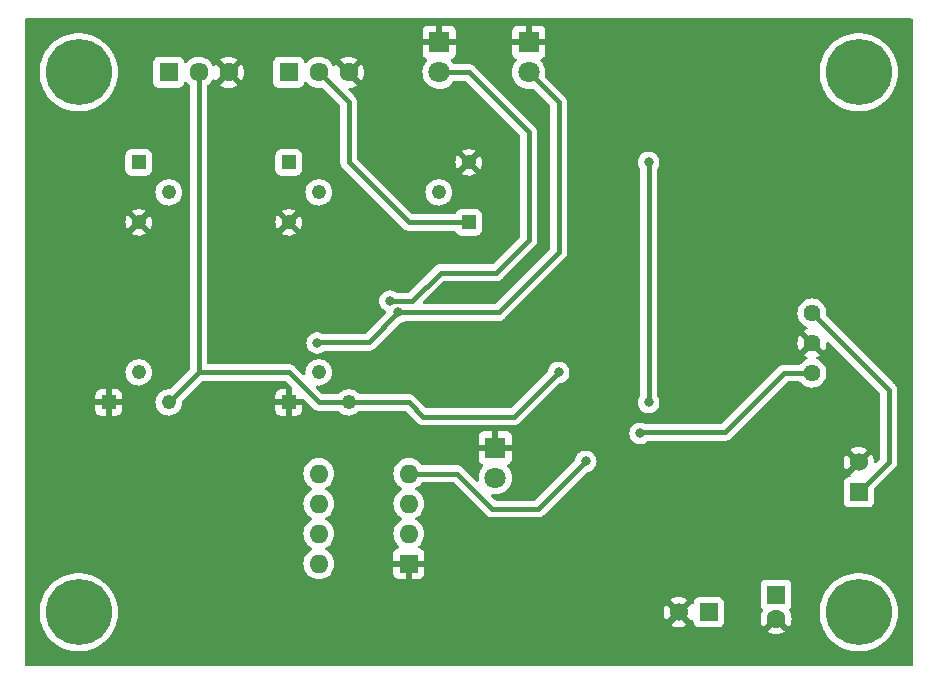
<source format=gbr>
%TF.GenerationSoftware,KiCad,Pcbnew,(6.0.8)*%
%TF.CreationDate,2023-01-11T14:23:46+01:00*%
%TF.ProjectId,BSPD,42535044-2e6b-4696-9361-645f70636258,rev?*%
%TF.SameCoordinates,Original*%
%TF.FileFunction,Copper,L2,Bot*%
%TF.FilePolarity,Positive*%
%FSLAX46Y46*%
G04 Gerber Fmt 4.6, Leading zero omitted, Abs format (unit mm)*
G04 Created by KiCad (PCBNEW (6.0.8)) date 2023-01-11 14:23:46*
%MOMM*%
%LPD*%
G01*
G04 APERTURE LIST*
%TA.AperFunction,ComponentPad*%
%ADD10C,5.600000*%
%TD*%
%TA.AperFunction,ComponentPad*%
%ADD11R,1.530000X1.530000*%
%TD*%
%TA.AperFunction,ComponentPad*%
%ADD12C,1.530000*%
%TD*%
%TA.AperFunction,ComponentPad*%
%ADD13C,1.440000*%
%TD*%
%TA.AperFunction,ComponentPad*%
%ADD14R,1.217000X1.217000*%
%TD*%
%TA.AperFunction,ComponentPad*%
%ADD15C,1.217000*%
%TD*%
%TA.AperFunction,ComponentPad*%
%ADD16R,1.600000X1.600000*%
%TD*%
%TA.AperFunction,ComponentPad*%
%ADD17O,1.600000X1.600000*%
%TD*%
%TA.AperFunction,ComponentPad*%
%ADD18R,1.800000X1.800000*%
%TD*%
%TA.AperFunction,ComponentPad*%
%ADD19C,1.800000*%
%TD*%
%TA.AperFunction,ComponentPad*%
%ADD20C,1.600000*%
%TD*%
%TA.AperFunction,ComponentPad*%
%ADD21R,1.610000X1.610000*%
%TD*%
%TA.AperFunction,ComponentPad*%
%ADD22C,1.610000*%
%TD*%
%TA.AperFunction,ViaPad*%
%ADD23C,0.800000*%
%TD*%
%TA.AperFunction,Conductor*%
%ADD24C,0.400000*%
%TD*%
G04 APERTURE END LIST*
D10*
%TO.P,REF\u002A\u002A,1*%
%TO.N,N/C*%
X165100000Y-116840000D03*
%TD*%
%TO.P,REF\u002A\u002A,1*%
%TO.N,N/C*%
X99060000Y-71120000D03*
%TD*%
D11*
%TO.P,J4,1,1*%
%TO.N,SC*%
X152400000Y-116840000D03*
D12*
%TO.P,J4,2,2*%
%TO.N,0*%
X149860000Y-116840000D03*
%TD*%
D13*
%TO.P,U1,1,+VIN*%
%TO.N,+12V*%
X161136000Y-91501500D03*
%TO.P,U1,2,GND*%
%TO.N,0*%
X161136000Y-94041500D03*
%TO.P,U1,3,+VOUT*%
%TO.N,+5V*%
X161136000Y-96581500D03*
%TD*%
D14*
%TO.P,RV5,1,CCW*%
%TO.N,0*%
X116840000Y-99060000D03*
D15*
%TO.P,RV5,2,WIPER*%
%TO.N,Net-(CP2-Pad3)*%
X119380000Y-96520000D03*
%TO.P,RV5,3,CW*%
%TO.N,+5V*%
X121920000Y-99060000D03*
%TD*%
D16*
%TO.P,TI1,1,GND*%
%TO.N,0*%
X127008945Y-112718181D03*
D17*
%TO.P,TI1,2,TRIGGER*%
%TO.N,Trigg Signal*%
X127008945Y-110178181D03*
%TO.P,TI1,3,OUTPUT*%
%TO.N,StayAlive*%
X127008945Y-107638181D03*
%TO.P,TI1,4,RESET*%
%TO.N,Net-(G2-Pad4)*%
X127008945Y-105098181D03*
%TO.P,TI1,5,CONTROL_VOLTAGE*%
%TO.N,Net-(C3-Pad2)*%
X119388945Y-105098181D03*
%TO.P,TI1,6,THRESHOLD*%
%TO.N,Net-(C4-Pad1)*%
X119388945Y-107638181D03*
%TO.P,TI1,7,DISCHARGE*%
X119388945Y-110178181D03*
%TO.P,TI1,8,+VCC*%
%TO.N,+5V*%
X119388945Y-112718181D03*
%TD*%
D18*
%TO.P,D1,1,K*%
%TO.N,0*%
X134330177Y-102896180D03*
D19*
%TO.P,D1,2,A*%
%TO.N,Net-(D1-Pad2)*%
X134330177Y-105436180D03*
%TD*%
D10*
%TO.P,REF\u002A\u002A,1*%
%TO.N,N/C*%
X165100000Y-71120000D03*
%TD*%
D14*
%TO.P,RV1,1,CCW*%
%TO.N,Current Sensor IN*%
X104140000Y-78740000D03*
D15*
%TO.P,RV1,2,WIPER*%
%TO.N,Net-(CP1-Pad4)*%
X106680000Y-81280000D03*
%TO.P,RV1,3,CW*%
%TO.N,0*%
X104140000Y-83820000D03*
%TD*%
D14*
%TO.P,RV4,1,CCW*%
%TO.N,0*%
X101600000Y-99060000D03*
D15*
%TO.P,RV4,2,WIPER*%
%TO.N,Net-(CP1-Pad3)*%
X104140000Y-96520000D03*
%TO.P,RV4,3,CW*%
%TO.N,+5V*%
X106680000Y-99060000D03*
%TD*%
D14*
%TO.P,RV2,1,CCW*%
%TO.N,BPS Signal*%
X116840000Y-78740000D03*
D15*
%TO.P,RV2,2,WIPER*%
%TO.N,Net-(CP2-Pad4)*%
X119380000Y-81280000D03*
%TO.P,RV2,3,CW*%
%TO.N,0*%
X116840000Y-83820000D03*
%TD*%
D10*
%TO.P,REF\u002A\u002A,1*%
%TO.N,N/C*%
X99060000Y-116840000D03*
%TD*%
D18*
%TO.P,D2,1,K*%
%TO.N,0*%
X137160000Y-68580000D03*
D19*
%TO.P,D2,2,A*%
%TO.N,Net-(CP2-Pad1)*%
X137160000Y-71120000D03*
%TD*%
D11*
%TO.P,J3,1,1*%
%TO.N,+12V*%
X165100000Y-106680000D03*
D12*
%TO.P,J3,2,2*%
%TO.N,0*%
X165100000Y-104140000D03*
%TD*%
D18*
%TO.P,D3,1,K*%
%TO.N,0*%
X129579341Y-68580000D03*
D19*
%TO.P,D3,2,A*%
%TO.N,Net-(CP1-Pad1)*%
X129579341Y-71120000D03*
%TD*%
D16*
%TO.P,C5,1*%
%TO.N,+12V*%
X158103366Y-115370154D03*
D20*
%TO.P,C5,2*%
%TO.N,0*%
X158103366Y-117370154D03*
%TD*%
D21*
%TO.P,J2,1,1*%
%TO.N,BPS Signal*%
X116840000Y-71120000D03*
D22*
%TO.P,J2,2,2*%
%TO.N,+5V*%
X119380000Y-71120000D03*
%TO.P,J2,3,3*%
%TO.N,0*%
X121920000Y-71120000D03*
%TD*%
D14*
%TO.P,RV3,1,CCW*%
%TO.N,+5V*%
X132080000Y-83820000D03*
D15*
%TO.P,RV3,2,WIPER*%
%TO.N,Net-(CP3-Pad3)*%
X129540000Y-81280000D03*
%TO.P,RV3,3,CW*%
%TO.N,0*%
X132080000Y-78740000D03*
%TD*%
D21*
%TO.P,J1,1,1*%
%TO.N,Current Sensor IN*%
X106680000Y-71120000D03*
D22*
%TO.P,J1,2,2*%
%TO.N,+5V*%
X109220000Y-71120000D03*
%TO.P,J1,3,3*%
%TO.N,0*%
X111760000Y-71120000D03*
%TD*%
D23*
%TO.N,Net-(CP1-Pad1)*%
X125410000Y-90490000D03*
%TO.N,+5V*%
X146595500Y-101692134D03*
X139700000Y-96520000D03*
%TO.N,Net-(CP2-Pad1)*%
X119251221Y-94028303D03*
X126133745Y-91453326D03*
%TO.N,Trigg*%
X147320000Y-99060000D03*
X147320000Y-78740000D03*
%TO.N,Net-(G2-Pad4)*%
X141991185Y-104052914D03*
%TD*%
D24*
%TO.N,Net-(CP1-Pad1)*%
X137160000Y-85342508D02*
X137160000Y-76200000D01*
X132080000Y-71120000D02*
X129579341Y-71120000D01*
X137160000Y-76200000D02*
X132080000Y-71120000D01*
X127277000Y-90490000D02*
X129695239Y-88071761D01*
X125410000Y-90490000D02*
X127277000Y-90490000D01*
X129695239Y-88071761D02*
X134430747Y-88071761D01*
X134430747Y-88071761D02*
X137160000Y-85342508D01*
%TO.N,+5V*%
X127000000Y-99060000D02*
X121920000Y-99060000D01*
X146687634Y-101600000D02*
X153762500Y-101600000D01*
X121920000Y-73660000D02*
X119380000Y-71120000D01*
X116840000Y-96520000D02*
X109220000Y-96520000D01*
X109220000Y-96520000D02*
X109220000Y-71120000D01*
X153762500Y-101600000D02*
X158781000Y-96581500D01*
X146595500Y-101692134D02*
X146687634Y-101600000D01*
X139700000Y-96520000D02*
X135942314Y-100277686D01*
X128217686Y-100277686D02*
X127000000Y-99060000D01*
X132080000Y-83820000D02*
X127000000Y-83820000D01*
X128217686Y-100277686D02*
X135942314Y-100277686D01*
X106680000Y-99060000D02*
X109220000Y-96520000D01*
X121920000Y-78740000D02*
X121920000Y-73660000D01*
X119380000Y-99060000D02*
X116840000Y-96520000D01*
X121920000Y-99060000D02*
X119380000Y-99060000D01*
X158781000Y-96581500D02*
X161136000Y-96581500D01*
X127000000Y-83820000D02*
X121920000Y-78740000D01*
%TO.N,Net-(CP2-Pad1)*%
X139700000Y-86360000D02*
X139700000Y-73660000D01*
X126133745Y-91453326D02*
X134606674Y-91453326D01*
X139700000Y-73660000D02*
X137160000Y-71120000D01*
X134606674Y-91453326D02*
X139700000Y-86360000D01*
X123607071Y-93980000D02*
X126133745Y-91453326D01*
X119299524Y-93980000D02*
X123607071Y-93980000D01*
X119251221Y-94028303D02*
X119299524Y-93980000D01*
%TO.N,Trigg*%
X147320000Y-78740000D02*
X147320000Y-99060000D01*
%TO.N,Net-(G2-Pad4)*%
X134074646Y-108096152D02*
X137947947Y-108096152D01*
X137947947Y-108096152D02*
X141991185Y-104052914D01*
X127008945Y-105098181D02*
X131076675Y-105098181D01*
X131076675Y-105098181D02*
X134074646Y-108096152D01*
%TO.N,+12V*%
X161136000Y-91501500D02*
X167640000Y-98005500D01*
X167640000Y-104140000D02*
X165100000Y-106680000D01*
X167640000Y-98005500D02*
X167640000Y-104140000D01*
%TD*%
%TA.AperFunction,Conductor*%
%TO.N,0*%
G36*
X169613621Y-66568502D02*
G01*
X169660114Y-66622158D01*
X169671500Y-66674500D01*
X169671500Y-121285500D01*
X169651498Y-121353621D01*
X169597842Y-121400114D01*
X169545500Y-121411500D01*
X94614500Y-121411500D01*
X94546379Y-121391498D01*
X94499886Y-121337842D01*
X94488500Y-121285500D01*
X94488500Y-116828434D01*
X95746661Y-116828434D01*
X95746833Y-116831829D01*
X95746833Y-116831830D01*
X95762831Y-117147635D01*
X95764792Y-117186340D01*
X95765329Y-117189695D01*
X95765330Y-117189701D01*
X95780120Y-117282037D01*
X95821470Y-117540195D01*
X95916033Y-117885859D01*
X96047374Y-118219288D01*
X96078151Y-118277909D01*
X96196896Y-118504085D01*
X96213957Y-118536582D01*
X96215858Y-118539411D01*
X96215864Y-118539421D01*
X96260194Y-118605390D01*
X96413834Y-118834029D01*
X96644665Y-119108150D01*
X96903751Y-119355738D01*
X97188061Y-119573897D01*
X97220056Y-119593350D01*
X97491355Y-119758303D01*
X97491360Y-119758306D01*
X97494270Y-119760075D01*
X97497358Y-119761521D01*
X97497357Y-119761521D01*
X97815710Y-119910649D01*
X97815720Y-119910653D01*
X97818794Y-119912093D01*
X97822012Y-119913195D01*
X97822015Y-119913196D01*
X98154615Y-120027071D01*
X98154623Y-120027073D01*
X98157838Y-120028174D01*
X98507435Y-120106959D01*
X98559728Y-120112917D01*
X98860114Y-120147142D01*
X98860122Y-120147142D01*
X98863497Y-120147527D01*
X98866901Y-120147545D01*
X98866904Y-120147545D01*
X99061227Y-120148562D01*
X99221857Y-120149403D01*
X99225243Y-120149053D01*
X99225245Y-120149053D01*
X99574932Y-120112917D01*
X99574941Y-120112916D01*
X99578324Y-120112566D01*
X99581657Y-120111852D01*
X99581660Y-120111851D01*
X99754186Y-120074864D01*
X99928727Y-120037446D01*
X100268968Y-119924922D01*
X100595066Y-119776311D01*
X100689052Y-119720506D01*
X100900262Y-119595099D01*
X100900267Y-119595096D01*
X100903207Y-119593350D01*
X101189786Y-119378180D01*
X101451451Y-119133319D01*
X101685140Y-118861630D01*
X101861249Y-118605390D01*
X101886190Y-118569101D01*
X101886195Y-118569094D01*
X101888120Y-118566292D01*
X101889732Y-118563298D01*
X101889737Y-118563290D01*
X101947390Y-118456216D01*
X157381859Y-118456216D01*
X157391155Y-118468231D01*
X157442360Y-118504085D01*
X157451855Y-118509568D01*
X157649313Y-118601644D01*
X157659605Y-118605390D01*
X157870054Y-118661779D01*
X157880847Y-118663682D01*
X158097891Y-118682671D01*
X158108841Y-118682671D01*
X158325885Y-118663682D01*
X158336678Y-118661779D01*
X158547127Y-118605390D01*
X158557419Y-118601644D01*
X158754877Y-118509568D01*
X158764372Y-118504085D01*
X158816414Y-118467645D01*
X158824790Y-118457166D01*
X158817722Y-118443720D01*
X158116178Y-117742176D01*
X158102234Y-117734562D01*
X158100401Y-117734693D01*
X158093786Y-117738944D01*
X157388289Y-118444441D01*
X157381859Y-118456216D01*
X101947390Y-118456216D01*
X102056395Y-118253772D01*
X102058017Y-118250760D01*
X102192842Y-117918724D01*
X102197640Y-117901883D01*
X102197911Y-117900932D01*
X149163623Y-117900932D01*
X149172916Y-117912945D01*
X149216569Y-117943512D01*
X149226047Y-117948984D01*
X149417962Y-118038475D01*
X149428255Y-118042221D01*
X149632786Y-118097025D01*
X149643581Y-118098928D01*
X149854525Y-118117384D01*
X149865475Y-118117384D01*
X150076419Y-118098928D01*
X150087214Y-118097025D01*
X150291745Y-118042221D01*
X150302038Y-118038475D01*
X150493953Y-117948984D01*
X150503431Y-117943512D01*
X150547920Y-117912359D01*
X150556294Y-117901883D01*
X150549226Y-117888436D01*
X149872812Y-117212022D01*
X149858868Y-117204408D01*
X149857035Y-117204539D01*
X149850420Y-117208790D01*
X149170053Y-117889157D01*
X149163623Y-117900932D01*
X102197911Y-117900932D01*
X102250785Y-117715316D01*
X102291020Y-117574070D01*
X102297477Y-117536294D01*
X102350829Y-117224175D01*
X102350829Y-117224173D01*
X102351401Y-117220828D01*
X102352138Y-117208790D01*
X102373168Y-116864928D01*
X102373278Y-116863131D01*
X102373316Y-116852265D01*
X102373340Y-116845475D01*
X148582616Y-116845475D01*
X148601072Y-117056419D01*
X148602975Y-117067214D01*
X148657779Y-117271745D01*
X148661525Y-117282037D01*
X148751012Y-117473944D01*
X148756495Y-117483439D01*
X148787640Y-117527919D01*
X148798117Y-117536294D01*
X148811564Y-117529226D01*
X149487978Y-116852812D01*
X149494356Y-116841132D01*
X150224408Y-116841132D01*
X150224539Y-116842965D01*
X150228790Y-116849580D01*
X150909157Y-117529947D01*
X150920932Y-117536377D01*
X150923400Y-117534467D01*
X150989519Y-117508604D01*
X151059123Y-117522593D01*
X151110116Y-117571993D01*
X151126500Y-117634125D01*
X151126500Y-117653134D01*
X151133255Y-117715316D01*
X151184385Y-117851705D01*
X151271739Y-117968261D01*
X151388295Y-118055615D01*
X151524684Y-118106745D01*
X151586866Y-118113500D01*
X153213134Y-118113500D01*
X153275316Y-118106745D01*
X153411705Y-118055615D01*
X153528261Y-117968261D01*
X153615615Y-117851705D01*
X153666745Y-117715316D01*
X153673500Y-117653134D01*
X153673500Y-117375629D01*
X156790849Y-117375629D01*
X156809838Y-117592673D01*
X156811741Y-117603466D01*
X156868130Y-117813915D01*
X156871876Y-117824207D01*
X156963952Y-118021665D01*
X156969435Y-118031160D01*
X157005875Y-118083202D01*
X157016354Y-118091578D01*
X157029800Y-118084510D01*
X158014271Y-117100039D01*
X158076583Y-117066013D01*
X158147398Y-117071078D01*
X158192461Y-117100039D01*
X159177653Y-118085231D01*
X159189428Y-118091661D01*
X159201443Y-118082365D01*
X159237297Y-118031160D01*
X159242780Y-118021665D01*
X159334856Y-117824207D01*
X159338602Y-117813915D01*
X159394991Y-117603466D01*
X159396894Y-117592673D01*
X159415883Y-117375629D01*
X159415883Y-117364679D01*
X159396894Y-117147635D01*
X159394991Y-117136842D01*
X159338602Y-116926393D01*
X159334856Y-116916101D01*
X159293976Y-116828434D01*
X161786661Y-116828434D01*
X161786833Y-116831829D01*
X161786833Y-116831830D01*
X161802831Y-117147635D01*
X161804792Y-117186340D01*
X161805329Y-117189695D01*
X161805330Y-117189701D01*
X161820120Y-117282037D01*
X161861470Y-117540195D01*
X161956033Y-117885859D01*
X162087374Y-118219288D01*
X162118151Y-118277909D01*
X162236896Y-118504085D01*
X162253957Y-118536582D01*
X162255858Y-118539411D01*
X162255864Y-118539421D01*
X162300194Y-118605390D01*
X162453834Y-118834029D01*
X162684665Y-119108150D01*
X162943751Y-119355738D01*
X163228061Y-119573897D01*
X163260056Y-119593350D01*
X163531355Y-119758303D01*
X163531360Y-119758306D01*
X163534270Y-119760075D01*
X163537358Y-119761521D01*
X163537357Y-119761521D01*
X163855710Y-119910649D01*
X163855720Y-119910653D01*
X163858794Y-119912093D01*
X163862012Y-119913195D01*
X163862015Y-119913196D01*
X164194615Y-120027071D01*
X164194623Y-120027073D01*
X164197838Y-120028174D01*
X164547435Y-120106959D01*
X164599728Y-120112917D01*
X164900114Y-120147142D01*
X164900122Y-120147142D01*
X164903497Y-120147527D01*
X164906901Y-120147545D01*
X164906904Y-120147545D01*
X165101227Y-120148562D01*
X165261857Y-120149403D01*
X165265243Y-120149053D01*
X165265245Y-120149053D01*
X165614932Y-120112917D01*
X165614941Y-120112916D01*
X165618324Y-120112566D01*
X165621657Y-120111852D01*
X165621660Y-120111851D01*
X165794186Y-120074864D01*
X165968727Y-120037446D01*
X166308968Y-119924922D01*
X166635066Y-119776311D01*
X166729052Y-119720506D01*
X166940262Y-119595099D01*
X166940267Y-119595096D01*
X166943207Y-119593350D01*
X167229786Y-119378180D01*
X167491451Y-119133319D01*
X167725140Y-118861630D01*
X167901249Y-118605390D01*
X167926190Y-118569101D01*
X167926195Y-118569094D01*
X167928120Y-118566292D01*
X167929732Y-118563298D01*
X167929737Y-118563290D01*
X168096395Y-118253772D01*
X168098017Y-118250760D01*
X168232842Y-117918724D01*
X168237640Y-117901883D01*
X168290785Y-117715316D01*
X168331020Y-117574070D01*
X168337477Y-117536294D01*
X168390829Y-117224175D01*
X168390829Y-117224173D01*
X168391401Y-117220828D01*
X168392138Y-117208790D01*
X168413168Y-116864928D01*
X168413278Y-116863131D01*
X168413316Y-116852265D01*
X168413353Y-116841819D01*
X168413353Y-116841806D01*
X168413359Y-116840000D01*
X168393979Y-116482159D01*
X168336066Y-116128505D01*
X168240297Y-115783173D01*
X168238664Y-115779068D01*
X168109052Y-115453369D01*
X168107793Y-115450205D01*
X168077768Y-115393498D01*
X167941702Y-115136513D01*
X167941698Y-115136506D01*
X167940103Y-115133494D01*
X167739190Y-114836746D01*
X167507403Y-114563432D01*
X167275154Y-114343037D01*
X167249921Y-114319091D01*
X167249920Y-114319090D01*
X167247454Y-114316750D01*
X166995648Y-114124925D01*
X166965091Y-114101647D01*
X166965089Y-114101646D01*
X166962384Y-114099585D01*
X166959472Y-114097828D01*
X166959467Y-114097825D01*
X166658443Y-113916236D01*
X166658437Y-113916233D01*
X166655528Y-113914478D01*
X166330475Y-113763593D01*
X166160752Y-113706145D01*
X165994255Y-113649789D01*
X165994250Y-113649788D01*
X165991028Y-113648697D01*
X165792681Y-113604724D01*
X165644493Y-113571871D01*
X165644487Y-113571870D01*
X165641158Y-113571132D01*
X165637769Y-113570758D01*
X165637764Y-113570757D01*
X165288338Y-113532180D01*
X165288333Y-113532180D01*
X165284957Y-113531807D01*
X165281558Y-113531801D01*
X165281557Y-113531801D01*
X165112080Y-113531505D01*
X164926592Y-113531182D01*
X164813413Y-113543277D01*
X164573639Y-113568901D01*
X164573631Y-113568902D01*
X164570256Y-113569263D01*
X164220117Y-113645606D01*
X163880271Y-113759317D01*
X163877178Y-113760739D01*
X163877177Y-113760740D01*
X163870974Y-113763593D01*
X163554694Y-113909066D01*
X163551760Y-113910822D01*
X163551758Y-113910823D01*
X163289876Y-114067556D01*
X163247193Y-114093101D01*
X163244467Y-114095163D01*
X163244465Y-114095164D01*
X163087240Y-114214073D01*
X162961367Y-114309270D01*
X162958882Y-114311612D01*
X162958877Y-114311616D01*
X162937398Y-114331857D01*
X162700559Y-114555043D01*
X162467819Y-114827546D01*
X162465900Y-114830358D01*
X162465897Y-114830363D01*
X162372624Y-114967097D01*
X162265871Y-115123591D01*
X162097077Y-115439714D01*
X161963411Y-115772218D01*
X161962491Y-115775492D01*
X161962489Y-115775497D01*
X161907103Y-115972540D01*
X161866437Y-116117213D01*
X161865875Y-116120570D01*
X161865875Y-116120571D01*
X161862018Y-116143623D01*
X161807290Y-116470663D01*
X161786661Y-116828434D01*
X159293976Y-116828434D01*
X159242780Y-116718643D01*
X159237295Y-116709143D01*
X159236665Y-116708244D01*
X159236510Y-116707784D01*
X159234548Y-116704386D01*
X159235231Y-116703992D01*
X159213978Y-116640970D01*
X159231264Y-116572110D01*
X159254300Y-116546351D01*
X159253096Y-116545147D01*
X159259447Y-116538796D01*
X159266627Y-116533415D01*
X159272008Y-116526235D01*
X159272011Y-116526232D01*
X159348595Y-116424045D01*
X159353981Y-116416859D01*
X159405111Y-116280470D01*
X159411866Y-116218288D01*
X159411866Y-114522020D01*
X159405111Y-114459838D01*
X159353981Y-114323449D01*
X159266627Y-114206893D01*
X159150071Y-114119539D01*
X159013682Y-114068409D01*
X158951500Y-114061654D01*
X157255232Y-114061654D01*
X157193050Y-114068409D01*
X157056661Y-114119539D01*
X156940105Y-114206893D01*
X156852751Y-114323449D01*
X156801621Y-114459838D01*
X156794866Y-114522020D01*
X156794866Y-116218288D01*
X156801621Y-116280470D01*
X156852751Y-116416859D01*
X156858137Y-116424045D01*
X156934721Y-116526232D01*
X156934724Y-116526235D01*
X156940105Y-116533415D01*
X156947285Y-116538796D01*
X156953636Y-116545147D01*
X156951494Y-116547289D01*
X156984930Y-116592000D01*
X156989960Y-116662818D01*
X156971843Y-116704189D01*
X156972184Y-116704386D01*
X156970414Y-116707452D01*
X156970067Y-116708244D01*
X156969437Y-116709143D01*
X156963952Y-116718643D01*
X156871876Y-116916101D01*
X156868130Y-116926393D01*
X156811741Y-117136842D01*
X156809838Y-117147635D01*
X156790849Y-117364679D01*
X156790849Y-117375629D01*
X153673500Y-117375629D01*
X153673500Y-116026866D01*
X153666745Y-115964684D01*
X153615615Y-115828295D01*
X153528261Y-115711739D01*
X153411705Y-115624385D01*
X153275316Y-115573255D01*
X153213134Y-115566500D01*
X151586866Y-115566500D01*
X151524684Y-115573255D01*
X151388295Y-115624385D01*
X151271739Y-115711739D01*
X151184385Y-115828295D01*
X151133255Y-115964684D01*
X151126500Y-116026866D01*
X151126500Y-116045241D01*
X151106498Y-116113362D01*
X151052842Y-116159855D01*
X150982568Y-116169959D01*
X150921903Y-116143695D01*
X150908436Y-116150774D01*
X150232022Y-116827188D01*
X150224408Y-116841132D01*
X149494356Y-116841132D01*
X149495592Y-116838868D01*
X149495461Y-116837035D01*
X149491210Y-116830420D01*
X148810843Y-116150053D01*
X148799068Y-116143623D01*
X148787053Y-116152919D01*
X148756495Y-116196561D01*
X148751012Y-116206056D01*
X148661525Y-116397963D01*
X148657779Y-116408255D01*
X148602975Y-116612786D01*
X148601072Y-116623581D01*
X148582616Y-116834525D01*
X148582616Y-116845475D01*
X102373340Y-116845475D01*
X102373353Y-116841819D01*
X102373353Y-116841806D01*
X102373359Y-116840000D01*
X102353979Y-116482159D01*
X102296066Y-116128505D01*
X102200297Y-115783173D01*
X102198664Y-115779068D01*
X102198286Y-115778117D01*
X149163706Y-115778117D01*
X149170774Y-115791564D01*
X149847188Y-116467978D01*
X149861132Y-116475592D01*
X149862965Y-116475461D01*
X149869580Y-116471210D01*
X150549947Y-115790843D01*
X150556377Y-115779068D01*
X150547084Y-115767055D01*
X150503431Y-115736488D01*
X150493953Y-115731016D01*
X150302038Y-115641525D01*
X150291745Y-115637779D01*
X150087214Y-115582975D01*
X150076419Y-115581072D01*
X149865475Y-115562616D01*
X149854525Y-115562616D01*
X149643581Y-115581072D01*
X149632786Y-115582975D01*
X149428255Y-115637779D01*
X149417963Y-115641525D01*
X149226056Y-115731012D01*
X149216561Y-115736495D01*
X149172081Y-115767640D01*
X149163706Y-115778117D01*
X102198286Y-115778117D01*
X102069052Y-115453369D01*
X102067793Y-115450205D01*
X102037768Y-115393498D01*
X101901702Y-115136513D01*
X101901698Y-115136506D01*
X101900103Y-115133494D01*
X101699190Y-114836746D01*
X101467403Y-114563432D01*
X101235154Y-114343037D01*
X101209921Y-114319091D01*
X101209920Y-114319090D01*
X101207454Y-114316750D01*
X100955648Y-114124925D01*
X100925091Y-114101647D01*
X100925089Y-114101646D01*
X100922384Y-114099585D01*
X100919472Y-114097828D01*
X100919467Y-114097825D01*
X100618443Y-113916236D01*
X100618437Y-113916233D01*
X100615528Y-113914478D01*
X100290475Y-113763593D01*
X100120752Y-113706145D01*
X99954255Y-113649789D01*
X99954250Y-113649788D01*
X99951028Y-113648697D01*
X99752681Y-113604724D01*
X99604493Y-113571871D01*
X99604487Y-113571870D01*
X99601158Y-113571132D01*
X99597769Y-113570758D01*
X99597764Y-113570757D01*
X99248338Y-113532180D01*
X99248333Y-113532180D01*
X99244957Y-113531807D01*
X99241558Y-113531801D01*
X99241557Y-113531801D01*
X99072080Y-113531505D01*
X98886592Y-113531182D01*
X98773413Y-113543277D01*
X98533639Y-113568901D01*
X98533631Y-113568902D01*
X98530256Y-113569263D01*
X98180117Y-113645606D01*
X97840271Y-113759317D01*
X97837178Y-113760739D01*
X97837177Y-113760740D01*
X97830974Y-113763593D01*
X97514694Y-113909066D01*
X97511760Y-113910822D01*
X97511758Y-113910823D01*
X97249876Y-114067556D01*
X97207193Y-114093101D01*
X97204467Y-114095163D01*
X97204465Y-114095164D01*
X97047240Y-114214073D01*
X96921367Y-114309270D01*
X96918882Y-114311612D01*
X96918877Y-114311616D01*
X96897398Y-114331857D01*
X96660559Y-114555043D01*
X96427819Y-114827546D01*
X96425900Y-114830358D01*
X96425897Y-114830363D01*
X96332624Y-114967097D01*
X96225871Y-115123591D01*
X96057077Y-115439714D01*
X95923411Y-115772218D01*
X95922491Y-115775492D01*
X95922489Y-115775497D01*
X95867103Y-115972540D01*
X95826437Y-116117213D01*
X95825875Y-116120570D01*
X95825875Y-116120571D01*
X95822018Y-116143623D01*
X95767290Y-116470663D01*
X95746661Y-116828434D01*
X94488500Y-116828434D01*
X94488500Y-112718181D01*
X118075447Y-112718181D01*
X118095402Y-112946268D01*
X118096826Y-112951581D01*
X118096826Y-112951583D01*
X118105976Y-112985729D01*
X118154661Y-113167424D01*
X118156984Y-113172405D01*
X118156984Y-113172406D01*
X118249096Y-113369943D01*
X118249099Y-113369948D01*
X118251422Y-113374930D01*
X118254579Y-113379438D01*
X118361265Y-113531801D01*
X118382747Y-113562481D01*
X118544645Y-113724379D01*
X118549153Y-113727536D01*
X118549156Y-113727538D01*
X118590140Y-113756235D01*
X118732196Y-113855704D01*
X118737178Y-113858027D01*
X118737183Y-113858030D01*
X118862008Y-113916236D01*
X118939702Y-113952465D01*
X118945010Y-113953887D01*
X118945012Y-113953888D01*
X119155543Y-114010300D01*
X119155545Y-114010300D01*
X119160858Y-114011724D01*
X119388945Y-114031679D01*
X119617032Y-114011724D01*
X119622345Y-114010300D01*
X119622347Y-114010300D01*
X119832878Y-113953888D01*
X119832880Y-113953887D01*
X119838188Y-113952465D01*
X119915882Y-113916236D01*
X120040707Y-113858030D01*
X120040712Y-113858027D01*
X120045694Y-113855704D01*
X120187750Y-113756235D01*
X120228734Y-113727538D01*
X120228737Y-113727536D01*
X120233245Y-113724379D01*
X120394774Y-113562850D01*
X125700946Y-113562850D01*
X125701316Y-113569671D01*
X125706840Y-113620533D01*
X125710466Y-113635785D01*
X125755621Y-113756235D01*
X125764159Y-113771830D01*
X125840660Y-113873905D01*
X125853221Y-113886466D01*
X125955296Y-113962967D01*
X125970891Y-113971505D01*
X126091339Y-114016659D01*
X126106594Y-114020286D01*
X126157459Y-114025812D01*
X126164273Y-114026181D01*
X126736830Y-114026181D01*
X126752069Y-114021706D01*
X126753274Y-114020316D01*
X126754945Y-114012633D01*
X126754945Y-114008065D01*
X127262945Y-114008065D01*
X127267420Y-114023304D01*
X127268810Y-114024509D01*
X127276493Y-114026180D01*
X127853614Y-114026180D01*
X127860435Y-114025810D01*
X127911297Y-114020286D01*
X127926549Y-114016660D01*
X128046999Y-113971505D01*
X128062594Y-113962967D01*
X128164669Y-113886466D01*
X128177230Y-113873905D01*
X128253731Y-113771830D01*
X128262269Y-113756235D01*
X128307423Y-113635787D01*
X128311050Y-113620532D01*
X128316576Y-113569667D01*
X128316945Y-113562853D01*
X128316945Y-112990296D01*
X128312470Y-112975057D01*
X128311080Y-112973852D01*
X128303397Y-112972181D01*
X127281060Y-112972181D01*
X127265821Y-112976656D01*
X127264616Y-112978046D01*
X127262945Y-112985729D01*
X127262945Y-114008065D01*
X126754945Y-114008065D01*
X126754945Y-112990296D01*
X126750470Y-112975057D01*
X126749080Y-112973852D01*
X126741397Y-112972181D01*
X125719061Y-112972181D01*
X125703822Y-112976656D01*
X125702617Y-112978046D01*
X125700946Y-112985729D01*
X125700946Y-113562850D01*
X120394774Y-113562850D01*
X120395143Y-113562481D01*
X120416626Y-113531801D01*
X120523311Y-113379438D01*
X120526468Y-113374930D01*
X120528791Y-113369948D01*
X120528794Y-113369943D01*
X120620906Y-113172406D01*
X120620906Y-113172405D01*
X120623229Y-113167424D01*
X120671915Y-112985729D01*
X120681064Y-112951583D01*
X120681064Y-112951581D01*
X120682488Y-112946268D01*
X120702443Y-112718181D01*
X120682488Y-112490094D01*
X120673973Y-112458316D01*
X120624652Y-112274248D01*
X120624651Y-112274246D01*
X120623229Y-112268938D01*
X120620906Y-112263956D01*
X120528794Y-112066419D01*
X120528791Y-112066414D01*
X120526468Y-112061432D01*
X120395143Y-111873881D01*
X120233245Y-111711983D01*
X120228737Y-111708826D01*
X120228734Y-111708824D01*
X120150556Y-111654083D01*
X120045694Y-111580658D01*
X120040712Y-111578335D01*
X120040707Y-111578332D01*
X120006488Y-111562376D01*
X119953203Y-111515459D01*
X119933742Y-111447182D01*
X119954284Y-111379222D01*
X120006488Y-111333986D01*
X120040707Y-111318030D01*
X120040712Y-111318027D01*
X120045694Y-111315704D01*
X120223685Y-111191073D01*
X120228734Y-111187538D01*
X120228737Y-111187536D01*
X120233245Y-111184379D01*
X120395143Y-111022481D01*
X120526468Y-110834930D01*
X120528791Y-110829948D01*
X120528794Y-110829943D01*
X120620906Y-110632406D01*
X120620906Y-110632405D01*
X120623229Y-110627424D01*
X120682488Y-110406268D01*
X120702443Y-110178181D01*
X125695447Y-110178181D01*
X125715402Y-110406268D01*
X125774661Y-110627424D01*
X125776984Y-110632405D01*
X125776984Y-110632406D01*
X125869096Y-110829943D01*
X125869099Y-110829948D01*
X125871422Y-110834930D01*
X126002747Y-111022481D01*
X126164645Y-111184379D01*
X126169156Y-111187538D01*
X126173369Y-111191073D01*
X126172557Y-111192041D01*
X126213035Y-111242675D01*
X126220349Y-111313294D01*
X126188321Y-111376657D01*
X126127122Y-111412645D01*
X126110044Y-111415701D01*
X126106593Y-111416076D01*
X126091341Y-111419702D01*
X125970891Y-111464857D01*
X125955296Y-111473395D01*
X125853221Y-111549896D01*
X125840660Y-111562457D01*
X125764159Y-111664532D01*
X125755621Y-111680127D01*
X125710467Y-111800575D01*
X125706840Y-111815830D01*
X125701314Y-111866695D01*
X125700945Y-111873509D01*
X125700945Y-112446066D01*
X125705420Y-112461305D01*
X125706810Y-112462510D01*
X125714493Y-112464181D01*
X128298829Y-112464181D01*
X128314068Y-112459706D01*
X128315273Y-112458316D01*
X128316944Y-112450633D01*
X128316944Y-111873512D01*
X128316574Y-111866691D01*
X128311050Y-111815829D01*
X128307424Y-111800577D01*
X128262269Y-111680127D01*
X128253731Y-111664532D01*
X128177230Y-111562457D01*
X128164669Y-111549896D01*
X128062594Y-111473395D01*
X128046999Y-111464857D01*
X127926551Y-111419703D01*
X127911302Y-111416077D01*
X127907849Y-111415702D01*
X127905339Y-111414659D01*
X127903614Y-111414249D01*
X127903680Y-111413970D01*
X127842286Y-111388462D01*
X127801857Y-111330101D01*
X127799399Y-111259147D01*
X127835692Y-111198127D01*
X127847185Y-111188837D01*
X127848733Y-111187538D01*
X127853245Y-111184379D01*
X128015143Y-111022481D01*
X128146468Y-110834930D01*
X128148791Y-110829948D01*
X128148794Y-110829943D01*
X128240906Y-110632406D01*
X128240906Y-110632405D01*
X128243229Y-110627424D01*
X128302488Y-110406268D01*
X128322443Y-110178181D01*
X128302488Y-109950094D01*
X128243229Y-109728938D01*
X128240906Y-109723956D01*
X128148794Y-109526419D01*
X128148791Y-109526414D01*
X128146468Y-109521432D01*
X128015143Y-109333881D01*
X127853245Y-109171983D01*
X127848737Y-109168826D01*
X127848734Y-109168824D01*
X127770556Y-109114083D01*
X127665694Y-109040658D01*
X127660712Y-109038335D01*
X127660707Y-109038332D01*
X127626488Y-109022376D01*
X127573203Y-108975459D01*
X127553742Y-108907182D01*
X127574284Y-108839222D01*
X127626488Y-108793986D01*
X127660707Y-108778030D01*
X127660712Y-108778027D01*
X127665694Y-108775704D01*
X127817279Y-108669563D01*
X127848734Y-108647538D01*
X127848737Y-108647536D01*
X127853245Y-108644379D01*
X128015143Y-108482481D01*
X128146468Y-108294930D01*
X128148791Y-108289948D01*
X128148794Y-108289943D01*
X128240906Y-108092406D01*
X128240906Y-108092405D01*
X128243229Y-108087424D01*
X128281668Y-107943971D01*
X128301064Y-107871583D01*
X128301064Y-107871581D01*
X128302488Y-107866268D01*
X128322443Y-107638181D01*
X128302488Y-107410094D01*
X128243229Y-107188938D01*
X128177527Y-107048038D01*
X128148794Y-106986419D01*
X128148791Y-106986414D01*
X128146468Y-106981432D01*
X128047264Y-106839754D01*
X128018302Y-106798392D01*
X128018300Y-106798389D01*
X128015143Y-106793881D01*
X127853245Y-106631983D01*
X127848737Y-106628826D01*
X127848734Y-106628824D01*
X127770556Y-106574083D01*
X127665694Y-106500658D01*
X127660712Y-106498335D01*
X127660707Y-106498332D01*
X127626488Y-106482376D01*
X127573203Y-106435459D01*
X127553742Y-106367182D01*
X127574284Y-106299222D01*
X127626488Y-106253986D01*
X127660707Y-106238030D01*
X127660712Y-106238027D01*
X127665694Y-106235704D01*
X127774584Y-106159458D01*
X127848734Y-106107538D01*
X127848737Y-106107536D01*
X127853245Y-106104379D01*
X128015143Y-105942481D01*
X128018302Y-105937970D01*
X128072610Y-105860410D01*
X128128067Y-105816082D01*
X128175823Y-105806681D01*
X130731015Y-105806681D01*
X130799136Y-105826683D01*
X130820110Y-105843586D01*
X132327270Y-107350747D01*
X133553203Y-108576680D01*
X133559057Y-108582945D01*
X133597085Y-108626537D01*
X133649375Y-108663288D01*
X133654617Y-108667180D01*
X133704928Y-108706628D01*
X133711847Y-108709752D01*
X133714139Y-108711140D01*
X133728811Y-108719509D01*
X133731171Y-108720774D01*
X133737385Y-108725142D01*
X133744464Y-108727902D01*
X133744466Y-108727903D01*
X133796921Y-108748354D01*
X133802990Y-108750905D01*
X133861219Y-108777197D01*
X133868692Y-108778582D01*
X133871258Y-108779386D01*
X133887481Y-108784007D01*
X133890073Y-108784672D01*
X133897155Y-108787434D01*
X133904690Y-108788426D01*
X133960507Y-108795774D01*
X133967023Y-108796806D01*
X134005416Y-108803922D01*
X134029832Y-108808447D01*
X134037412Y-108808010D01*
X134037413Y-108808010D01*
X134092026Y-108804861D01*
X134099279Y-108804652D01*
X137919035Y-108804652D01*
X137927605Y-108804944D01*
X137977723Y-108808361D01*
X137977727Y-108808361D01*
X137985299Y-108808877D01*
X137992776Y-108807572D01*
X137992777Y-108807572D01*
X138019255Y-108802951D01*
X138048250Y-108797890D01*
X138054768Y-108796929D01*
X138118189Y-108789254D01*
X138125290Y-108786571D01*
X138127899Y-108785930D01*
X138144209Y-108781467D01*
X138146745Y-108780702D01*
X138154231Y-108779395D01*
X138212747Y-108753708D01*
X138218851Y-108751217D01*
X138271495Y-108731325D01*
X138271496Y-108731324D01*
X138278603Y-108728639D01*
X138284866Y-108724335D01*
X138287232Y-108723098D01*
X138302044Y-108714853D01*
X138304298Y-108713520D01*
X138311252Y-108710467D01*
X138361949Y-108671565D01*
X138367279Y-108667693D01*
X138413667Y-108635813D01*
X138413672Y-108635808D01*
X138419928Y-108631509D01*
X138461383Y-108584981D01*
X138466363Y-108579706D01*
X142057718Y-104988351D01*
X142120616Y-104954199D01*
X142149022Y-104948161D01*
X142273473Y-104921708D01*
X142279504Y-104919023D01*
X142441907Y-104846717D01*
X142441909Y-104846716D01*
X142447937Y-104844032D01*
X142458588Y-104836294D01*
X142544404Y-104773944D01*
X142602438Y-104731780D01*
X142665770Y-104661443D01*
X142725806Y-104594766D01*
X142725807Y-104594765D01*
X142730225Y-104589858D01*
X142796640Y-104474824D01*
X142822408Y-104430193D01*
X142822409Y-104430192D01*
X142825712Y-104424470D01*
X142884727Y-104242842D01*
X142894190Y-104152812D01*
X142894961Y-104145475D01*
X163822616Y-104145475D01*
X163841072Y-104356419D01*
X163842975Y-104367214D01*
X163897779Y-104571745D01*
X163901525Y-104582037D01*
X163991012Y-104773944D01*
X163996495Y-104783439D01*
X164027640Y-104827919D01*
X164038117Y-104836294D01*
X164051564Y-104829226D01*
X164727978Y-104152812D01*
X164735592Y-104138868D01*
X164735461Y-104137035D01*
X164731210Y-104130420D01*
X164050843Y-103450053D01*
X164039068Y-103443623D01*
X164027053Y-103452919D01*
X163996495Y-103496561D01*
X163991012Y-103506056D01*
X163901525Y-103697963D01*
X163897779Y-103708255D01*
X163842975Y-103912786D01*
X163841072Y-103923581D01*
X163822616Y-104134525D01*
X163822616Y-104145475D01*
X142894961Y-104145475D01*
X142903999Y-104059479D01*
X142904689Y-104052914D01*
X142896536Y-103975341D01*
X142885417Y-103869549D01*
X142885417Y-103869547D01*
X142884727Y-103862986D01*
X142825712Y-103681358D01*
X142730225Y-103515970D01*
X142721299Y-103506056D01*
X142606860Y-103378959D01*
X142606859Y-103378958D01*
X142602438Y-103374048D01*
X142447937Y-103261796D01*
X142441909Y-103259112D01*
X142441907Y-103259111D01*
X142279504Y-103186805D01*
X142279503Y-103186805D01*
X142273473Y-103184120D01*
X142177537Y-103163728D01*
X142093129Y-103145786D01*
X142093124Y-103145786D01*
X142086672Y-103144414D01*
X141895698Y-103144414D01*
X141889246Y-103145786D01*
X141889241Y-103145786D01*
X141804833Y-103163728D01*
X141708897Y-103184120D01*
X141702867Y-103186805D01*
X141702866Y-103186805D01*
X141540463Y-103259111D01*
X141540461Y-103259112D01*
X141534433Y-103261796D01*
X141379932Y-103374048D01*
X141375511Y-103378958D01*
X141375510Y-103378959D01*
X141261072Y-103506056D01*
X141252145Y-103515970D01*
X141156658Y-103681358D01*
X141154616Y-103687643D01*
X141102620Y-103847670D01*
X141097643Y-103862986D01*
X141096953Y-103869549D01*
X141096953Y-103869551D01*
X141092735Y-103909684D01*
X141065722Y-103975341D01*
X141056520Y-103985609D01*
X137691382Y-107350747D01*
X137629070Y-107384773D01*
X137602287Y-107387652D01*
X134420306Y-107387652D01*
X134352185Y-107367650D01*
X134331211Y-107350747D01*
X134028502Y-107048038D01*
X133994476Y-106985726D01*
X133999541Y-106914911D01*
X134042088Y-106858075D01*
X134108608Y-106833264D01*
X134142719Y-106835473D01*
X134157766Y-106838535D01*
X134157777Y-106838536D01*
X134162833Y-106839565D01*
X134293501Y-106844356D01*
X134389126Y-106847863D01*
X134389130Y-106847863D01*
X134394290Y-106848052D01*
X134399410Y-106847396D01*
X134399412Y-106847396D01*
X134492483Y-106835473D01*
X134624024Y-106818622D01*
X134628972Y-106817137D01*
X134628979Y-106817136D01*
X134840924Y-106753549D01*
X134845867Y-106752066D01*
X134850501Y-106749796D01*
X135049226Y-106652442D01*
X135049229Y-106652440D01*
X135053861Y-106650171D01*
X135242420Y-106515674D01*
X135406480Y-106352185D01*
X135541635Y-106164097D01*
X135571150Y-106104379D01*
X135641961Y-105961102D01*
X135641962Y-105961100D01*
X135644255Y-105956460D01*
X135711585Y-105734851D01*
X135741817Y-105505221D01*
X135743504Y-105436180D01*
X135729802Y-105269521D01*
X135724950Y-105210498D01*
X135724949Y-105210492D01*
X135724526Y-105205347D01*
X135668102Y-104980713D01*
X135659711Y-104961414D01*
X135577807Y-104773048D01*
X135577805Y-104773045D01*
X135575747Y-104768311D01*
X135449941Y-104573845D01*
X135439704Y-104562594D01*
X135391590Y-104509718D01*
X135359663Y-104474630D01*
X135328611Y-104410785D01*
X135337006Y-104340286D01*
X135382182Y-104285518D01*
X135408626Y-104271849D01*
X135468231Y-104249504D01*
X135483826Y-104240966D01*
X135585901Y-104164465D01*
X135598462Y-104151904D01*
X135674963Y-104049829D01*
X135683501Y-104034234D01*
X135728655Y-103913786D01*
X135732282Y-103898531D01*
X135737808Y-103847666D01*
X135738177Y-103840852D01*
X135738177Y-103168295D01*
X135733702Y-103153056D01*
X135732312Y-103151851D01*
X135724629Y-103150180D01*
X132940293Y-103150180D01*
X132925054Y-103154655D01*
X132923849Y-103156045D01*
X132922178Y-103163728D01*
X132922178Y-103840849D01*
X132922548Y-103847670D01*
X132928072Y-103898532D01*
X132931698Y-103913784D01*
X132976853Y-104034234D01*
X132985391Y-104049829D01*
X133061892Y-104151904D01*
X133074453Y-104164465D01*
X133176528Y-104240966D01*
X133192123Y-104249504D01*
X133251717Y-104271845D01*
X133308481Y-104314487D01*
X133333181Y-104381048D01*
X133317973Y-104450397D01*
X133298581Y-104476878D01*
X133231816Y-104546744D01*
X133228902Y-104551016D01*
X133228901Y-104551017D01*
X133187743Y-104611352D01*
X133101296Y-104738079D01*
X133003779Y-104948161D01*
X132941884Y-105171349D01*
X132917272Y-105401649D01*
X132917569Y-105406802D01*
X132917569Y-105406805D01*
X132925677Y-105547424D01*
X132930460Y-105630377D01*
X132930604Y-105632877D01*
X132930088Y-105632907D01*
X132920247Y-105699849D01*
X132873585Y-105753358D01*
X132805401Y-105773144D01*
X132737344Y-105752927D01*
X132716704Y-105736240D01*
X131598125Y-104617661D01*
X131592271Y-104611396D01*
X131591876Y-104610943D01*
X131554236Y-104567796D01*
X131501955Y-104531052D01*
X131496661Y-104527120D01*
X131452368Y-104492390D01*
X131446393Y-104487705D01*
X131439477Y-104484582D01*
X131437191Y-104483198D01*
X131422510Y-104474824D01*
X131420150Y-104473559D01*
X131413936Y-104469191D01*
X131406857Y-104466431D01*
X131406855Y-104466430D01*
X131354400Y-104445979D01*
X131348331Y-104443428D01*
X131290102Y-104417136D01*
X131282635Y-104415752D01*
X131280080Y-104414951D01*
X131263827Y-104410322D01*
X131261247Y-104409659D01*
X131254166Y-104406899D01*
X131246635Y-104405908D01*
X131246633Y-104405907D01*
X131217014Y-104402008D01*
X131190814Y-104398559D01*
X131184316Y-104397529D01*
X131121489Y-104385885D01*
X131113909Y-104386322D01*
X131113908Y-104386322D01*
X131059283Y-104389472D01*
X131052029Y-104389681D01*
X128175823Y-104389681D01*
X128107702Y-104369679D01*
X128072610Y-104335952D01*
X128018302Y-104258392D01*
X128018300Y-104258389D01*
X128015143Y-104253881D01*
X127853245Y-104091983D01*
X127848737Y-104088826D01*
X127848734Y-104088824D01*
X127763475Y-104029125D01*
X127665694Y-103960658D01*
X127660712Y-103958335D01*
X127660707Y-103958332D01*
X127463170Y-103866220D01*
X127463169Y-103866220D01*
X127458188Y-103863897D01*
X127452880Y-103862475D01*
X127452878Y-103862474D01*
X127242347Y-103806062D01*
X127242345Y-103806062D01*
X127237032Y-103804638D01*
X127008945Y-103784683D01*
X126780858Y-103804638D01*
X126775545Y-103806062D01*
X126775543Y-103806062D01*
X126565012Y-103862474D01*
X126565010Y-103862475D01*
X126559702Y-103863897D01*
X126554721Y-103866220D01*
X126554720Y-103866220D01*
X126357183Y-103958332D01*
X126357178Y-103958335D01*
X126352196Y-103960658D01*
X126254415Y-104029125D01*
X126169156Y-104088824D01*
X126169153Y-104088826D01*
X126164645Y-104091983D01*
X126002747Y-104253881D01*
X125999590Y-104258389D01*
X125999588Y-104258392D01*
X125980594Y-104285518D01*
X125871422Y-104441432D01*
X125869099Y-104446414D01*
X125869096Y-104446419D01*
X125786965Y-104622552D01*
X125774661Y-104648938D01*
X125773239Y-104654246D01*
X125773238Y-104654248D01*
X125724459Y-104836294D01*
X125715402Y-104870094D01*
X125695447Y-105098181D01*
X125715402Y-105326268D01*
X125716826Y-105331581D01*
X125716826Y-105331583D01*
X125763353Y-105505221D01*
X125774661Y-105547424D01*
X125776984Y-105552405D01*
X125776984Y-105552406D01*
X125869096Y-105749943D01*
X125869099Y-105749948D01*
X125871422Y-105754930D01*
X126002747Y-105942481D01*
X126164645Y-106104379D01*
X126169153Y-106107536D01*
X126169156Y-106107538D01*
X126243306Y-106159458D01*
X126352196Y-106235704D01*
X126357178Y-106238027D01*
X126357183Y-106238030D01*
X126391402Y-106253986D01*
X126444687Y-106300903D01*
X126464148Y-106369180D01*
X126443606Y-106437140D01*
X126391402Y-106482376D01*
X126357183Y-106498332D01*
X126357178Y-106498335D01*
X126352196Y-106500658D01*
X126247334Y-106574083D01*
X126169156Y-106628824D01*
X126169153Y-106628826D01*
X126164645Y-106631983D01*
X126002747Y-106793881D01*
X125999590Y-106798389D01*
X125999588Y-106798392D01*
X125970626Y-106839754D01*
X125871422Y-106981432D01*
X125869099Y-106986414D01*
X125869096Y-106986419D01*
X125840363Y-107048038D01*
X125774661Y-107188938D01*
X125715402Y-107410094D01*
X125695447Y-107638181D01*
X125715402Y-107866268D01*
X125716826Y-107871581D01*
X125716826Y-107871583D01*
X125736223Y-107943971D01*
X125774661Y-108087424D01*
X125776984Y-108092405D01*
X125776984Y-108092406D01*
X125869096Y-108289943D01*
X125869099Y-108289948D01*
X125871422Y-108294930D01*
X126002747Y-108482481D01*
X126164645Y-108644379D01*
X126169153Y-108647536D01*
X126169156Y-108647538D01*
X126200611Y-108669563D01*
X126352196Y-108775704D01*
X126357178Y-108778027D01*
X126357183Y-108778030D01*
X126391402Y-108793986D01*
X126444687Y-108840903D01*
X126464148Y-108909180D01*
X126443606Y-108977140D01*
X126391402Y-109022376D01*
X126357183Y-109038332D01*
X126357178Y-109038335D01*
X126352196Y-109040658D01*
X126247334Y-109114083D01*
X126169156Y-109168824D01*
X126169153Y-109168826D01*
X126164645Y-109171983D01*
X126002747Y-109333881D01*
X125871422Y-109521432D01*
X125869099Y-109526414D01*
X125869096Y-109526419D01*
X125776984Y-109723956D01*
X125774661Y-109728938D01*
X125715402Y-109950094D01*
X125695447Y-110178181D01*
X120702443Y-110178181D01*
X120682488Y-109950094D01*
X120623229Y-109728938D01*
X120620906Y-109723956D01*
X120528794Y-109526419D01*
X120528791Y-109526414D01*
X120526468Y-109521432D01*
X120395143Y-109333881D01*
X120233245Y-109171983D01*
X120228737Y-109168826D01*
X120228734Y-109168824D01*
X120150556Y-109114083D01*
X120045694Y-109040658D01*
X120040712Y-109038335D01*
X120040707Y-109038332D01*
X120006488Y-109022376D01*
X119953203Y-108975459D01*
X119933742Y-108907182D01*
X119954284Y-108839222D01*
X120006488Y-108793986D01*
X120040707Y-108778030D01*
X120040712Y-108778027D01*
X120045694Y-108775704D01*
X120197279Y-108669563D01*
X120228734Y-108647538D01*
X120228737Y-108647536D01*
X120233245Y-108644379D01*
X120395143Y-108482481D01*
X120526468Y-108294930D01*
X120528791Y-108289948D01*
X120528794Y-108289943D01*
X120620906Y-108092406D01*
X120620906Y-108092405D01*
X120623229Y-108087424D01*
X120661668Y-107943971D01*
X120681064Y-107871583D01*
X120681064Y-107871581D01*
X120682488Y-107866268D01*
X120702443Y-107638181D01*
X120682488Y-107410094D01*
X120623229Y-107188938D01*
X120557527Y-107048038D01*
X120528794Y-106986419D01*
X120528791Y-106986414D01*
X120526468Y-106981432D01*
X120427264Y-106839754D01*
X120398302Y-106798392D01*
X120398300Y-106798389D01*
X120395143Y-106793881D01*
X120233245Y-106631983D01*
X120228737Y-106628826D01*
X120228734Y-106628824D01*
X120150556Y-106574083D01*
X120045694Y-106500658D01*
X120040712Y-106498335D01*
X120040707Y-106498332D01*
X120006488Y-106482376D01*
X119953203Y-106435459D01*
X119933742Y-106367182D01*
X119954284Y-106299222D01*
X120006488Y-106253986D01*
X120040707Y-106238030D01*
X120040712Y-106238027D01*
X120045694Y-106235704D01*
X120154584Y-106159458D01*
X120228734Y-106107538D01*
X120228737Y-106107536D01*
X120233245Y-106104379D01*
X120395143Y-105942481D01*
X120526468Y-105754930D01*
X120528791Y-105749948D01*
X120528794Y-105749943D01*
X120620906Y-105552406D01*
X120620906Y-105552405D01*
X120623229Y-105547424D01*
X120634538Y-105505221D01*
X120681064Y-105331583D01*
X120681064Y-105331581D01*
X120682488Y-105326268D01*
X120702443Y-105098181D01*
X120682488Y-104870094D01*
X120673431Y-104836294D01*
X120624652Y-104654248D01*
X120624651Y-104654246D01*
X120623229Y-104648938D01*
X120610925Y-104622552D01*
X120528794Y-104446419D01*
X120528791Y-104446414D01*
X120526468Y-104441432D01*
X120417296Y-104285518D01*
X120398302Y-104258392D01*
X120398300Y-104258389D01*
X120395143Y-104253881D01*
X120233245Y-104091983D01*
X120228737Y-104088826D01*
X120228734Y-104088824D01*
X120143475Y-104029125D01*
X120045694Y-103960658D01*
X120040712Y-103958335D01*
X120040707Y-103958332D01*
X119843170Y-103866220D01*
X119843169Y-103866220D01*
X119838188Y-103863897D01*
X119832880Y-103862475D01*
X119832878Y-103862474D01*
X119622347Y-103806062D01*
X119622345Y-103806062D01*
X119617032Y-103804638D01*
X119388945Y-103784683D01*
X119160858Y-103804638D01*
X119155545Y-103806062D01*
X119155543Y-103806062D01*
X118945012Y-103862474D01*
X118945010Y-103862475D01*
X118939702Y-103863897D01*
X118934721Y-103866220D01*
X118934720Y-103866220D01*
X118737183Y-103958332D01*
X118737178Y-103958335D01*
X118732196Y-103960658D01*
X118634415Y-104029125D01*
X118549156Y-104088824D01*
X118549153Y-104088826D01*
X118544645Y-104091983D01*
X118382747Y-104253881D01*
X118379590Y-104258389D01*
X118379588Y-104258392D01*
X118360594Y-104285518D01*
X118251422Y-104441432D01*
X118249099Y-104446414D01*
X118249096Y-104446419D01*
X118166965Y-104622552D01*
X118154661Y-104648938D01*
X118153239Y-104654246D01*
X118153238Y-104654248D01*
X118104459Y-104836294D01*
X118095402Y-104870094D01*
X118075447Y-105098181D01*
X118095402Y-105326268D01*
X118096826Y-105331581D01*
X118096826Y-105331583D01*
X118143353Y-105505221D01*
X118154661Y-105547424D01*
X118156984Y-105552405D01*
X118156984Y-105552406D01*
X118249096Y-105749943D01*
X118249099Y-105749948D01*
X118251422Y-105754930D01*
X118382747Y-105942481D01*
X118544645Y-106104379D01*
X118549153Y-106107536D01*
X118549156Y-106107538D01*
X118623306Y-106159458D01*
X118732196Y-106235704D01*
X118737178Y-106238027D01*
X118737183Y-106238030D01*
X118771402Y-106253986D01*
X118824687Y-106300903D01*
X118844148Y-106369180D01*
X118823606Y-106437140D01*
X118771402Y-106482376D01*
X118737183Y-106498332D01*
X118737178Y-106498335D01*
X118732196Y-106500658D01*
X118627334Y-106574083D01*
X118549156Y-106628824D01*
X118549153Y-106628826D01*
X118544645Y-106631983D01*
X118382747Y-106793881D01*
X118379590Y-106798389D01*
X118379588Y-106798392D01*
X118350626Y-106839754D01*
X118251422Y-106981432D01*
X118249099Y-106986414D01*
X118249096Y-106986419D01*
X118220363Y-107048038D01*
X118154661Y-107188938D01*
X118095402Y-107410094D01*
X118075447Y-107638181D01*
X118095402Y-107866268D01*
X118096826Y-107871581D01*
X118096826Y-107871583D01*
X118116223Y-107943971D01*
X118154661Y-108087424D01*
X118156984Y-108092405D01*
X118156984Y-108092406D01*
X118249096Y-108289943D01*
X118249099Y-108289948D01*
X118251422Y-108294930D01*
X118382747Y-108482481D01*
X118544645Y-108644379D01*
X118549153Y-108647536D01*
X118549156Y-108647538D01*
X118580611Y-108669563D01*
X118732196Y-108775704D01*
X118737178Y-108778027D01*
X118737183Y-108778030D01*
X118771402Y-108793986D01*
X118824687Y-108840903D01*
X118844148Y-108909180D01*
X118823606Y-108977140D01*
X118771402Y-109022376D01*
X118737183Y-109038332D01*
X118737178Y-109038335D01*
X118732196Y-109040658D01*
X118627334Y-109114083D01*
X118549156Y-109168824D01*
X118549153Y-109168826D01*
X118544645Y-109171983D01*
X118382747Y-109333881D01*
X118251422Y-109521432D01*
X118249099Y-109526414D01*
X118249096Y-109526419D01*
X118156984Y-109723956D01*
X118154661Y-109728938D01*
X118095402Y-109950094D01*
X118075447Y-110178181D01*
X118095402Y-110406268D01*
X118154661Y-110627424D01*
X118156984Y-110632405D01*
X118156984Y-110632406D01*
X118249096Y-110829943D01*
X118249099Y-110829948D01*
X118251422Y-110834930D01*
X118382747Y-111022481D01*
X118544645Y-111184379D01*
X118549153Y-111187536D01*
X118549156Y-111187538D01*
X118554205Y-111191073D01*
X118732196Y-111315704D01*
X118737178Y-111318027D01*
X118737183Y-111318030D01*
X118771402Y-111333986D01*
X118824687Y-111380903D01*
X118844148Y-111449180D01*
X118823606Y-111517140D01*
X118771402Y-111562376D01*
X118737183Y-111578332D01*
X118737178Y-111578335D01*
X118732196Y-111580658D01*
X118627334Y-111654083D01*
X118549156Y-111708824D01*
X118549153Y-111708826D01*
X118544645Y-111711983D01*
X118382747Y-111873881D01*
X118251422Y-112061432D01*
X118249099Y-112066414D01*
X118249096Y-112066419D01*
X118156984Y-112263956D01*
X118154661Y-112268938D01*
X118153239Y-112274246D01*
X118153238Y-112274248D01*
X118103917Y-112458316D01*
X118095402Y-112490094D01*
X118075447Y-112718181D01*
X94488500Y-112718181D01*
X94488500Y-103078117D01*
X164403706Y-103078117D01*
X164410774Y-103091564D01*
X165087188Y-103767978D01*
X165101132Y-103775592D01*
X165102965Y-103775461D01*
X165109580Y-103771210D01*
X165789947Y-103090843D01*
X165796377Y-103079068D01*
X165787084Y-103067055D01*
X165743431Y-103036488D01*
X165733953Y-103031016D01*
X165542038Y-102941525D01*
X165531745Y-102937779D01*
X165327214Y-102882975D01*
X165316419Y-102881072D01*
X165105475Y-102862616D01*
X165094525Y-102862616D01*
X164883581Y-102881072D01*
X164872786Y-102882975D01*
X164668255Y-102937779D01*
X164657963Y-102941525D01*
X164466056Y-103031012D01*
X164456561Y-103036495D01*
X164412081Y-103067640D01*
X164403706Y-103078117D01*
X94488500Y-103078117D01*
X94488500Y-102624065D01*
X132922177Y-102624065D01*
X132926652Y-102639304D01*
X132928042Y-102640509D01*
X132935725Y-102642180D01*
X134058062Y-102642180D01*
X134073301Y-102637705D01*
X134074506Y-102636315D01*
X134076177Y-102628632D01*
X134076177Y-102624065D01*
X134584177Y-102624065D01*
X134588652Y-102639304D01*
X134590042Y-102640509D01*
X134597725Y-102642180D01*
X135720061Y-102642180D01*
X135735300Y-102637705D01*
X135736505Y-102636315D01*
X135738176Y-102628632D01*
X135738176Y-101951511D01*
X135737806Y-101944690D01*
X135732282Y-101893828D01*
X135728656Y-101878576D01*
X135683501Y-101758126D01*
X135674963Y-101742531D01*
X135637193Y-101692134D01*
X145681996Y-101692134D01*
X145701958Y-101882062D01*
X145760973Y-102063690D01*
X145764276Y-102069412D01*
X145764277Y-102069413D01*
X145798186Y-102128144D01*
X145856460Y-102229078D01*
X145860878Y-102233985D01*
X145860879Y-102233986D01*
X145979825Y-102366089D01*
X145984247Y-102371000D01*
X146138748Y-102483252D01*
X146144776Y-102485936D01*
X146144778Y-102485937D01*
X146307181Y-102558243D01*
X146313212Y-102560928D01*
X146406612Y-102580781D01*
X146493556Y-102599262D01*
X146493561Y-102599262D01*
X146500013Y-102600634D01*
X146690987Y-102600634D01*
X146697439Y-102599262D01*
X146697444Y-102599262D01*
X146784388Y-102580781D01*
X146877788Y-102560928D01*
X146883819Y-102558243D01*
X147046222Y-102485937D01*
X147046224Y-102485936D01*
X147052252Y-102483252D01*
X147206753Y-102371000D01*
X147225490Y-102350190D01*
X147285935Y-102312950D01*
X147319126Y-102308500D01*
X153733588Y-102308500D01*
X153742158Y-102308792D01*
X153792276Y-102312209D01*
X153792280Y-102312209D01*
X153799852Y-102312725D01*
X153807329Y-102311420D01*
X153807330Y-102311420D01*
X153833808Y-102306799D01*
X153862803Y-102301738D01*
X153869321Y-102300777D01*
X153932742Y-102293102D01*
X153939843Y-102290419D01*
X153942452Y-102289778D01*
X153958762Y-102285315D01*
X153961298Y-102284550D01*
X153968784Y-102283243D01*
X154027300Y-102257556D01*
X154033404Y-102255065D01*
X154086048Y-102235173D01*
X154086049Y-102235172D01*
X154093156Y-102232487D01*
X154099419Y-102228183D01*
X154101785Y-102226946D01*
X154116597Y-102218701D01*
X154118851Y-102217368D01*
X154125805Y-102214315D01*
X154176502Y-102175413D01*
X154181832Y-102171541D01*
X154228220Y-102139661D01*
X154228225Y-102139656D01*
X154234481Y-102135357D01*
X154275936Y-102088829D01*
X154280916Y-102083554D01*
X159037565Y-97326905D01*
X159099877Y-97292879D01*
X159126660Y-97290000D01*
X160066784Y-97290000D01*
X160134905Y-97310002D01*
X160169995Y-97343727D01*
X160191319Y-97374181D01*
X160343319Y-97526181D01*
X160519403Y-97649476D01*
X160524381Y-97651797D01*
X160524384Y-97651799D01*
X160709241Y-97737999D01*
X160714223Y-97740322D01*
X160719531Y-97741744D01*
X160719533Y-97741745D01*
X160916543Y-97794534D01*
X160916545Y-97794534D01*
X160921858Y-97795958D01*
X161136000Y-97814693D01*
X161350142Y-97795958D01*
X161355455Y-97794534D01*
X161355457Y-97794534D01*
X161552467Y-97741745D01*
X161552469Y-97741744D01*
X161557777Y-97740322D01*
X161562759Y-97737999D01*
X161747616Y-97651799D01*
X161747619Y-97651797D01*
X161752597Y-97649476D01*
X161928681Y-97526181D01*
X162080681Y-97374181D01*
X162203976Y-97198096D01*
X162226242Y-97150348D01*
X162292499Y-97008259D01*
X162292500Y-97008257D01*
X162294822Y-97003277D01*
X162350458Y-96795642D01*
X162369193Y-96581500D01*
X162350458Y-96367358D01*
X162294822Y-96159723D01*
X162292493Y-96154729D01*
X162206299Y-95969885D01*
X162206297Y-95969882D01*
X162203976Y-95964904D01*
X162080681Y-95788819D01*
X161928681Y-95636819D01*
X161752597Y-95513524D01*
X161747619Y-95511203D01*
X161747616Y-95511201D01*
X161563656Y-95425419D01*
X161510371Y-95378502D01*
X161490910Y-95310224D01*
X161511452Y-95242264D01*
X161563656Y-95197029D01*
X161747359Y-95111368D01*
X161756854Y-95105885D01*
X161791607Y-95081551D01*
X161799983Y-95071072D01*
X161792916Y-95057627D01*
X161148811Y-94413521D01*
X161134868Y-94405908D01*
X161133034Y-94406039D01*
X161126420Y-94410290D01*
X160478360Y-95058351D01*
X160471933Y-95070121D01*
X160481227Y-95082135D01*
X160515146Y-95105885D01*
X160524641Y-95111368D01*
X160708344Y-95197029D01*
X160761629Y-95243946D01*
X160781090Y-95312223D01*
X160760548Y-95380183D01*
X160708344Y-95425419D01*
X160524385Y-95511201D01*
X160524382Y-95511203D01*
X160519404Y-95513524D01*
X160343319Y-95636819D01*
X160191319Y-95788819D01*
X160169996Y-95819272D01*
X160114540Y-95863599D01*
X160066784Y-95873000D01*
X158809927Y-95873000D01*
X158801358Y-95872708D01*
X158751225Y-95869290D01*
X158751221Y-95869290D01*
X158743648Y-95868774D01*
X158680681Y-95879764D01*
X158674169Y-95880724D01*
X158610758Y-95888398D01*
X158603657Y-95891081D01*
X158601048Y-95891722D01*
X158584715Y-95896191D01*
X158582195Y-95896952D01*
X158574717Y-95898257D01*
X158567765Y-95901309D01*
X158567764Y-95901309D01*
X158516204Y-95923941D01*
X158510099Y-95926432D01*
X158457456Y-95946325D01*
X158457452Y-95946327D01*
X158450344Y-95949013D01*
X158444083Y-95953316D01*
X158441717Y-95954553D01*
X158426937Y-95962780D01*
X158424652Y-95964131D01*
X158417695Y-95967185D01*
X158411675Y-95971805D01*
X158411669Y-95971808D01*
X158394155Y-95985248D01*
X158366998Y-96006087D01*
X158361668Y-96009959D01*
X158315280Y-96041839D01*
X158315275Y-96041844D01*
X158309019Y-96046143D01*
X158303968Y-96051813D01*
X158303966Y-96051814D01*
X158267565Y-96092670D01*
X158262584Y-96097946D01*
X153505935Y-100854595D01*
X153443623Y-100888621D01*
X153416840Y-100891500D01*
X147057662Y-100891500D01*
X147006414Y-100880607D01*
X146883823Y-100826026D01*
X146883815Y-100826023D01*
X146877788Y-100823340D01*
X146779029Y-100802348D01*
X146697444Y-100785006D01*
X146697439Y-100785006D01*
X146690987Y-100783634D01*
X146500013Y-100783634D01*
X146493561Y-100785006D01*
X146493556Y-100785006D01*
X146411971Y-100802348D01*
X146313212Y-100823340D01*
X146307182Y-100826025D01*
X146307181Y-100826025D01*
X146144778Y-100898331D01*
X146144776Y-100898332D01*
X146138748Y-100901016D01*
X146133407Y-100904896D01*
X146133406Y-100904897D01*
X146099009Y-100929888D01*
X145984247Y-101013268D01*
X145856460Y-101155190D01*
X145760973Y-101320578D01*
X145701958Y-101502206D01*
X145701268Y-101508767D01*
X145701268Y-101508769D01*
X145682686Y-101685569D01*
X145681996Y-101692134D01*
X135637193Y-101692134D01*
X135598462Y-101640456D01*
X135585901Y-101627895D01*
X135483826Y-101551394D01*
X135468231Y-101542856D01*
X135347783Y-101497702D01*
X135332528Y-101494075D01*
X135281663Y-101488549D01*
X135274849Y-101488180D01*
X134602292Y-101488180D01*
X134587053Y-101492655D01*
X134585848Y-101494045D01*
X134584177Y-101501728D01*
X134584177Y-102624065D01*
X134076177Y-102624065D01*
X134076177Y-101506296D01*
X134071702Y-101491057D01*
X134070312Y-101489852D01*
X134062629Y-101488181D01*
X133385508Y-101488181D01*
X133378687Y-101488551D01*
X133327825Y-101494075D01*
X133312573Y-101497701D01*
X133192123Y-101542856D01*
X133176528Y-101551394D01*
X133074453Y-101627895D01*
X133061892Y-101640456D01*
X132985391Y-101742531D01*
X132976853Y-101758126D01*
X132931699Y-101878574D01*
X132928072Y-101893829D01*
X132922546Y-101944694D01*
X132922177Y-101951508D01*
X132922177Y-102624065D01*
X94488500Y-102624065D01*
X94488500Y-99713169D01*
X100483501Y-99713169D01*
X100483871Y-99719990D01*
X100489395Y-99770852D01*
X100493021Y-99786104D01*
X100538176Y-99906554D01*
X100546714Y-99922149D01*
X100623215Y-100024224D01*
X100635776Y-100036785D01*
X100737851Y-100113286D01*
X100753446Y-100121824D01*
X100873894Y-100166978D01*
X100889149Y-100170605D01*
X100940014Y-100176131D01*
X100946828Y-100176500D01*
X101327885Y-100176500D01*
X101343124Y-100172025D01*
X101344329Y-100170635D01*
X101346000Y-100162952D01*
X101346000Y-100158384D01*
X101854000Y-100158384D01*
X101858475Y-100173623D01*
X101859865Y-100174828D01*
X101867548Y-100176499D01*
X102253169Y-100176499D01*
X102259990Y-100176129D01*
X102310852Y-100170605D01*
X102326104Y-100166979D01*
X102446554Y-100121824D01*
X102462149Y-100113286D01*
X102564224Y-100036785D01*
X102576785Y-100024224D01*
X102653286Y-99922149D01*
X102661824Y-99906554D01*
X102706978Y-99786106D01*
X102710605Y-99770851D01*
X102716131Y-99719986D01*
X102716500Y-99713172D01*
X102716500Y-99332115D01*
X102712025Y-99316876D01*
X102710635Y-99315671D01*
X102702952Y-99314000D01*
X101872115Y-99314000D01*
X101856876Y-99318475D01*
X101855671Y-99319865D01*
X101854000Y-99327548D01*
X101854000Y-100158384D01*
X101346000Y-100158384D01*
X101346000Y-99332115D01*
X101341525Y-99316876D01*
X101340135Y-99315671D01*
X101332452Y-99314000D01*
X100501616Y-99314000D01*
X100486377Y-99318475D01*
X100485172Y-99319865D01*
X100483501Y-99327548D01*
X100483501Y-99713169D01*
X94488500Y-99713169D01*
X94488500Y-98787885D01*
X100483500Y-98787885D01*
X100487975Y-98803124D01*
X100489365Y-98804329D01*
X100497048Y-98806000D01*
X101327885Y-98806000D01*
X101343124Y-98801525D01*
X101344329Y-98800135D01*
X101346000Y-98792452D01*
X101346000Y-98787885D01*
X101854000Y-98787885D01*
X101858475Y-98803124D01*
X101859865Y-98804329D01*
X101867548Y-98806000D01*
X102698384Y-98806000D01*
X102713623Y-98801525D01*
X102714828Y-98800135D01*
X102716499Y-98792452D01*
X102716499Y-98406831D01*
X102716129Y-98400010D01*
X102710605Y-98349148D01*
X102706979Y-98333896D01*
X102661824Y-98213446D01*
X102653286Y-98197851D01*
X102576785Y-98095776D01*
X102564224Y-98083215D01*
X102462149Y-98006714D01*
X102446554Y-97998176D01*
X102326106Y-97953022D01*
X102310851Y-97949395D01*
X102259986Y-97943869D01*
X102253172Y-97943500D01*
X101872115Y-97943500D01*
X101856876Y-97947975D01*
X101855671Y-97949365D01*
X101854000Y-97957048D01*
X101854000Y-98787885D01*
X101346000Y-98787885D01*
X101346000Y-97961616D01*
X101341525Y-97946377D01*
X101340135Y-97945172D01*
X101332452Y-97943501D01*
X100946831Y-97943501D01*
X100940010Y-97943871D01*
X100889148Y-97949395D01*
X100873896Y-97953021D01*
X100753446Y-97998176D01*
X100737851Y-98006714D01*
X100635776Y-98083215D01*
X100623215Y-98095776D01*
X100546714Y-98197851D01*
X100538176Y-98213446D01*
X100493022Y-98333894D01*
X100489395Y-98349149D01*
X100483869Y-98400014D01*
X100483500Y-98406828D01*
X100483500Y-98787885D01*
X94488500Y-98787885D01*
X94488500Y-96490635D01*
X103018599Y-96490635D01*
X103032026Y-96695486D01*
X103082559Y-96894460D01*
X103168506Y-97080892D01*
X103286988Y-97248541D01*
X103434038Y-97391791D01*
X103438834Y-97394996D01*
X103438837Y-97394998D01*
X103507383Y-97440799D01*
X103604730Y-97505844D01*
X103610033Y-97508122D01*
X103610036Y-97508124D01*
X103788042Y-97584601D01*
X103793349Y-97586881D01*
X103867017Y-97603550D01*
X103987941Y-97630913D01*
X103987946Y-97630914D01*
X103993578Y-97632188D01*
X103999349Y-97632415D01*
X103999351Y-97632415D01*
X104060512Y-97634818D01*
X104198710Y-97640248D01*
X104300293Y-97625519D01*
X104396162Y-97611619D01*
X104396167Y-97611618D01*
X104401876Y-97610790D01*
X104407340Y-97608935D01*
X104407345Y-97608934D01*
X104590799Y-97546660D01*
X104590804Y-97546658D01*
X104596271Y-97544802D01*
X104601312Y-97541979D01*
X104770348Y-97447314D01*
X104770352Y-97447311D01*
X104775386Y-97444492D01*
X104779823Y-97440801D01*
X104779827Y-97440799D01*
X104928784Y-97316913D01*
X104933222Y-97313222D01*
X105025224Y-97202601D01*
X105060799Y-97159827D01*
X105060801Y-97159823D01*
X105064492Y-97155386D01*
X105067311Y-97150352D01*
X105067314Y-97150348D01*
X105161979Y-96981312D01*
X105161979Y-96981311D01*
X105164802Y-96976271D01*
X105166658Y-96970804D01*
X105166660Y-96970799D01*
X105228934Y-96787345D01*
X105228935Y-96787340D01*
X105230790Y-96781876D01*
X105231618Y-96776167D01*
X105231619Y-96776162D01*
X105252252Y-96633855D01*
X105260248Y-96578710D01*
X105261785Y-96520000D01*
X105243001Y-96315571D01*
X105200545Y-96165033D01*
X105188847Y-96123553D01*
X105188845Y-96123548D01*
X105187277Y-96117988D01*
X105177394Y-96097946D01*
X105099033Y-95939048D01*
X105096479Y-95933869D01*
X104990166Y-95791498D01*
X104977102Y-95774003D01*
X104977101Y-95774002D01*
X104973649Y-95769379D01*
X104946202Y-95744007D01*
X104827140Y-95633948D01*
X104827138Y-95633946D01*
X104822899Y-95630028D01*
X104649280Y-95520482D01*
X104643920Y-95518344D01*
X104643917Y-95518342D01*
X104463968Y-95446550D01*
X104458604Y-95444410D01*
X104452944Y-95443284D01*
X104452940Y-95443283D01*
X104262925Y-95405487D01*
X104262923Y-95405487D01*
X104257258Y-95404360D01*
X104251483Y-95404284D01*
X104251479Y-95404284D01*
X104148922Y-95402942D01*
X104051986Y-95401673D01*
X104046289Y-95402652D01*
X104046288Y-95402652D01*
X103855351Y-95435461D01*
X103855348Y-95435462D01*
X103849661Y-95436439D01*
X103657059Y-95507493D01*
X103572063Y-95558060D01*
X103485599Y-95609501D01*
X103485596Y-95609503D01*
X103480631Y-95612457D01*
X103326286Y-95747814D01*
X103322711Y-95752349D01*
X103322710Y-95752350D01*
X103208959Y-95896643D01*
X103199192Y-95909032D01*
X103196501Y-95914148D01*
X103196499Y-95914150D01*
X103133856Y-96033215D01*
X103103606Y-96090711D01*
X103042729Y-96286768D01*
X103018599Y-96490635D01*
X94488500Y-96490635D01*
X94488500Y-84767422D01*
X103556938Y-84767422D01*
X103566820Y-84779912D01*
X103600166Y-84802193D01*
X103610276Y-84807683D01*
X103788203Y-84884126D01*
X103799135Y-84887678D01*
X103988004Y-84930414D01*
X103999418Y-84931917D01*
X104192915Y-84939519D01*
X104204397Y-84938917D01*
X104396044Y-84911130D01*
X104407227Y-84908446D01*
X104590599Y-84846199D01*
X104601102Y-84841523D01*
X104714278Y-84778142D01*
X104724140Y-84768067D01*
X104721185Y-84760395D01*
X104152812Y-84192022D01*
X104138868Y-84184408D01*
X104137035Y-84184539D01*
X104130420Y-84188790D01*
X103563134Y-84756076D01*
X103556938Y-84767422D01*
X94488500Y-84767422D01*
X94488500Y-83796414D01*
X103019479Y-83796414D01*
X103032144Y-83989639D01*
X103033945Y-84001009D01*
X103081610Y-84188692D01*
X103085451Y-84199539D01*
X103166523Y-84375399D01*
X103172272Y-84385356D01*
X103179689Y-84395851D01*
X103190278Y-84404239D01*
X103203579Y-84397211D01*
X103767978Y-83832812D01*
X103774356Y-83821132D01*
X104504408Y-83821132D01*
X104504539Y-83822965D01*
X104508790Y-83829580D01*
X105076480Y-84397270D01*
X105088860Y-84404030D01*
X105095440Y-84399104D01*
X105161523Y-84281102D01*
X105166199Y-84270599D01*
X105228446Y-84087227D01*
X105231130Y-84076044D01*
X105259213Y-83882357D01*
X105259843Y-83874975D01*
X105261186Y-83823704D01*
X105260943Y-83816305D01*
X105243036Y-83621419D01*
X105240938Y-83610098D01*
X105188377Y-83423732D01*
X105184252Y-83412985D01*
X105098885Y-83239877D01*
X105090940Y-83233916D01*
X105078523Y-83240687D01*
X104512022Y-83807188D01*
X104504408Y-83821132D01*
X103774356Y-83821132D01*
X103775592Y-83818868D01*
X103775461Y-83817035D01*
X103771210Y-83810420D01*
X103202249Y-83241459D01*
X103189869Y-83234699D01*
X103183903Y-83239165D01*
X103106759Y-83385792D01*
X103102356Y-83396425D01*
X103044932Y-83581357D01*
X103042542Y-83592601D01*
X103019780Y-83784913D01*
X103019479Y-83796414D01*
X94488500Y-83796414D01*
X94488500Y-82872473D01*
X103556585Y-82872473D01*
X103560071Y-82880861D01*
X104127188Y-83447978D01*
X104141132Y-83455592D01*
X104142965Y-83455461D01*
X104149580Y-83451210D01*
X104716444Y-82884346D01*
X104723204Y-82871966D01*
X104717174Y-82863911D01*
X104653936Y-82824011D01*
X104643688Y-82818790D01*
X104463825Y-82747032D01*
X104452798Y-82743765D01*
X104262873Y-82705987D01*
X104251427Y-82704784D01*
X104057807Y-82702250D01*
X104046327Y-82703153D01*
X103855481Y-82735946D01*
X103844373Y-82738923D01*
X103662694Y-82805947D01*
X103652312Y-82810899D01*
X103566183Y-82862140D01*
X103556585Y-82872473D01*
X94488500Y-82872473D01*
X94488500Y-81250635D01*
X105558599Y-81250635D01*
X105572026Y-81455486D01*
X105622559Y-81654460D01*
X105708506Y-81840892D01*
X105826988Y-82008541D01*
X105974038Y-82151791D01*
X105978834Y-82154996D01*
X105978837Y-82154998D01*
X106047383Y-82200799D01*
X106144730Y-82265844D01*
X106150033Y-82268122D01*
X106150036Y-82268124D01*
X106328042Y-82344601D01*
X106333349Y-82346881D01*
X106407017Y-82363550D01*
X106527941Y-82390913D01*
X106527946Y-82390914D01*
X106533578Y-82392188D01*
X106539349Y-82392415D01*
X106539351Y-82392415D01*
X106600512Y-82394818D01*
X106738710Y-82400248D01*
X106840293Y-82385519D01*
X106936162Y-82371619D01*
X106936167Y-82371618D01*
X106941876Y-82370790D01*
X106947340Y-82368935D01*
X106947345Y-82368934D01*
X107130799Y-82306660D01*
X107130804Y-82306658D01*
X107136271Y-82304802D01*
X107211567Y-82262634D01*
X107310348Y-82207314D01*
X107310352Y-82207311D01*
X107315386Y-82204492D01*
X107319823Y-82200801D01*
X107319827Y-82200799D01*
X107468784Y-82076913D01*
X107473222Y-82073222D01*
X107530938Y-82003826D01*
X107600799Y-81919827D01*
X107600801Y-81919823D01*
X107604492Y-81915386D01*
X107607311Y-81910352D01*
X107607314Y-81910348D01*
X107701979Y-81741312D01*
X107701979Y-81741311D01*
X107704802Y-81736271D01*
X107706658Y-81730804D01*
X107706660Y-81730799D01*
X107768934Y-81547345D01*
X107768935Y-81547340D01*
X107770790Y-81541876D01*
X107771618Y-81536167D01*
X107771619Y-81536162D01*
X107799715Y-81342383D01*
X107800248Y-81338710D01*
X107801785Y-81280000D01*
X107783001Y-81075571D01*
X107773322Y-81041251D01*
X107728847Y-80883553D01*
X107728845Y-80883548D01*
X107727277Y-80877988D01*
X107716547Y-80856228D01*
X107639033Y-80699048D01*
X107636479Y-80693869D01*
X107513649Y-80529379D01*
X107362899Y-80390028D01*
X107189280Y-80280482D01*
X107183920Y-80278344D01*
X107183917Y-80278342D01*
X107003968Y-80206550D01*
X106998604Y-80204410D01*
X106992944Y-80203284D01*
X106992940Y-80203283D01*
X106802925Y-80165487D01*
X106802923Y-80165487D01*
X106797258Y-80164360D01*
X106791483Y-80164284D01*
X106791479Y-80164284D01*
X106688922Y-80162942D01*
X106591986Y-80161673D01*
X106586289Y-80162652D01*
X106586288Y-80162652D01*
X106395351Y-80195461D01*
X106395348Y-80195462D01*
X106389661Y-80196439D01*
X106197059Y-80267493D01*
X106112063Y-80318060D01*
X106025599Y-80369501D01*
X106025596Y-80369503D01*
X106020631Y-80372457D01*
X105866286Y-80507814D01*
X105862711Y-80512349D01*
X105862710Y-80512350D01*
X105849286Y-80529379D01*
X105739192Y-80669032D01*
X105736501Y-80674148D01*
X105736499Y-80674150D01*
X105723400Y-80699048D01*
X105643606Y-80850711D01*
X105582729Y-81046768D01*
X105558599Y-81250635D01*
X94488500Y-81250635D01*
X94488500Y-79396634D01*
X103023000Y-79396634D01*
X103029755Y-79458816D01*
X103080885Y-79595205D01*
X103168239Y-79711761D01*
X103284795Y-79799115D01*
X103421184Y-79850245D01*
X103483366Y-79857000D01*
X104796634Y-79857000D01*
X104858816Y-79850245D01*
X104995205Y-79799115D01*
X105111761Y-79711761D01*
X105199115Y-79595205D01*
X105250245Y-79458816D01*
X105257000Y-79396634D01*
X105257000Y-78083366D01*
X105250245Y-78021184D01*
X105199115Y-77884795D01*
X105111761Y-77768239D01*
X104995205Y-77680885D01*
X104858816Y-77629755D01*
X104796634Y-77623000D01*
X103483366Y-77623000D01*
X103421184Y-77629755D01*
X103284795Y-77680885D01*
X103168239Y-77768239D01*
X103080885Y-77884795D01*
X103029755Y-78021184D01*
X103023000Y-78083366D01*
X103023000Y-79396634D01*
X94488500Y-79396634D01*
X94488500Y-71108434D01*
X95746661Y-71108434D01*
X95746833Y-71111829D01*
X95746833Y-71111830D01*
X95756949Y-71311529D01*
X95764792Y-71466340D01*
X95765329Y-71469695D01*
X95765330Y-71469701D01*
X95777780Y-71547428D01*
X95821470Y-71820195D01*
X95916033Y-72165859D01*
X96047374Y-72499288D01*
X96066268Y-72535275D01*
X96124810Y-72646781D01*
X96213957Y-72816582D01*
X96215858Y-72819411D01*
X96215864Y-72819421D01*
X96399569Y-73092800D01*
X96413834Y-73114029D01*
X96644665Y-73388150D01*
X96903751Y-73635738D01*
X97188061Y-73853897D01*
X97220056Y-73873350D01*
X97491355Y-74038303D01*
X97491360Y-74038306D01*
X97494270Y-74040075D01*
X97497358Y-74041521D01*
X97497357Y-74041521D01*
X97815710Y-74190649D01*
X97815720Y-74190653D01*
X97818794Y-74192093D01*
X97822012Y-74193195D01*
X97822015Y-74193196D01*
X98154615Y-74307071D01*
X98154623Y-74307073D01*
X98157838Y-74308174D01*
X98507435Y-74386959D01*
X98559728Y-74392917D01*
X98860114Y-74427142D01*
X98860122Y-74427142D01*
X98863497Y-74427527D01*
X98866901Y-74427545D01*
X98866904Y-74427545D01*
X99061227Y-74428562D01*
X99221857Y-74429403D01*
X99225243Y-74429053D01*
X99225245Y-74429053D01*
X99574932Y-74392917D01*
X99574941Y-74392916D01*
X99578324Y-74392566D01*
X99581657Y-74391852D01*
X99581660Y-74391851D01*
X99754186Y-74354864D01*
X99928727Y-74317446D01*
X100268968Y-74204922D01*
X100595066Y-74056311D01*
X100830423Y-73916566D01*
X100900262Y-73875099D01*
X100900267Y-73875096D01*
X100903207Y-73873350D01*
X101189786Y-73658180D01*
X101451451Y-73413319D01*
X101685140Y-73141630D01*
X101791750Y-72986512D01*
X101886190Y-72849101D01*
X101886195Y-72849094D01*
X101888120Y-72846292D01*
X101889732Y-72843298D01*
X101889737Y-72843290D01*
X102056395Y-72533772D01*
X102058017Y-72530760D01*
X102156485Y-72288261D01*
X102191562Y-72201877D01*
X102191564Y-72201872D01*
X102192842Y-72198724D01*
X102203142Y-72162568D01*
X102239390Y-72035316D01*
X102257103Y-71973134D01*
X105366500Y-71973134D01*
X105373255Y-72035316D01*
X105424385Y-72171705D01*
X105511739Y-72288261D01*
X105628295Y-72375615D01*
X105764684Y-72426745D01*
X105826866Y-72433500D01*
X107533134Y-72433500D01*
X107595316Y-72426745D01*
X107731705Y-72375615D01*
X107848261Y-72288261D01*
X107935615Y-72171705D01*
X107986745Y-72035316D01*
X107987598Y-72027460D01*
X107989425Y-72019778D01*
X107992153Y-72020427D01*
X108014277Y-71967209D01*
X108072648Y-71926793D01*
X108143602Y-71924351D01*
X108208211Y-71965033D01*
X108209957Y-71967526D01*
X108372474Y-72130043D01*
X108376982Y-72133200D01*
X108376985Y-72133202D01*
X108457771Y-72189769D01*
X108502099Y-72245226D01*
X108511500Y-72292982D01*
X108511500Y-96174340D01*
X108491498Y-96242461D01*
X108474595Y-96263435D01*
X106831306Y-97906724D01*
X106768994Y-97940750D01*
X106740562Y-97943618D01*
X106699908Y-97943086D01*
X106591986Y-97941673D01*
X106586289Y-97942652D01*
X106586288Y-97942652D01*
X106395351Y-97975461D01*
X106395348Y-97975462D01*
X106389661Y-97976439D01*
X106197059Y-98047493D01*
X106137016Y-98083215D01*
X106025599Y-98149501D01*
X106025596Y-98149503D01*
X106020631Y-98152457D01*
X105866286Y-98287814D01*
X105862711Y-98292349D01*
X105862710Y-98292350D01*
X105748959Y-98436643D01*
X105739192Y-98449032D01*
X105736501Y-98454148D01*
X105736499Y-98454150D01*
X105707443Y-98509377D01*
X105643606Y-98630711D01*
X105582729Y-98826768D01*
X105558599Y-99030635D01*
X105572026Y-99235486D01*
X105622559Y-99434460D01*
X105708506Y-99620892D01*
X105826988Y-99788541D01*
X105831122Y-99792568D01*
X105948132Y-99906554D01*
X105974038Y-99931791D01*
X105978834Y-99934996D01*
X105978837Y-99934998D01*
X106047383Y-99980799D01*
X106144730Y-100045844D01*
X106150033Y-100048122D01*
X106150036Y-100048124D01*
X106321578Y-100121824D01*
X106333349Y-100126881D01*
X106407017Y-100143550D01*
X106527941Y-100170913D01*
X106527946Y-100170914D01*
X106533578Y-100172188D01*
X106539349Y-100172415D01*
X106539351Y-100172415D01*
X106600512Y-100174818D01*
X106738710Y-100180248D01*
X106840293Y-100165519D01*
X106936162Y-100151619D01*
X106936167Y-100151618D01*
X106941876Y-100150790D01*
X106947340Y-100148935D01*
X106947345Y-100148934D01*
X107130799Y-100086660D01*
X107130804Y-100086658D01*
X107136271Y-100084802D01*
X107222011Y-100036785D01*
X107310348Y-99987314D01*
X107310352Y-99987311D01*
X107315386Y-99984492D01*
X107319823Y-99980801D01*
X107319827Y-99980799D01*
X107468784Y-99856913D01*
X107473222Y-99853222D01*
X107527049Y-99788502D01*
X107589703Y-99713169D01*
X115723501Y-99713169D01*
X115723871Y-99719990D01*
X115729395Y-99770852D01*
X115733021Y-99786104D01*
X115778176Y-99906554D01*
X115786714Y-99922149D01*
X115863215Y-100024224D01*
X115875776Y-100036785D01*
X115977851Y-100113286D01*
X115993446Y-100121824D01*
X116113894Y-100166978D01*
X116129149Y-100170605D01*
X116180014Y-100176131D01*
X116186828Y-100176500D01*
X116567885Y-100176500D01*
X116583124Y-100172025D01*
X116584329Y-100170635D01*
X116586000Y-100162952D01*
X116586000Y-100158384D01*
X117094000Y-100158384D01*
X117098475Y-100173623D01*
X117099865Y-100174828D01*
X117107548Y-100176499D01*
X117493169Y-100176499D01*
X117499990Y-100176129D01*
X117550852Y-100170605D01*
X117566104Y-100166979D01*
X117686554Y-100121824D01*
X117702149Y-100113286D01*
X117804224Y-100036785D01*
X117816785Y-100024224D01*
X117893286Y-99922149D01*
X117901824Y-99906554D01*
X117946978Y-99786106D01*
X117950605Y-99770851D01*
X117956131Y-99719986D01*
X117956500Y-99713172D01*
X117956500Y-99332115D01*
X117952025Y-99316876D01*
X117950635Y-99315671D01*
X117942952Y-99314000D01*
X117112115Y-99314000D01*
X117096876Y-99318475D01*
X117095671Y-99319865D01*
X117094000Y-99327548D01*
X117094000Y-100158384D01*
X116586000Y-100158384D01*
X116586000Y-99332115D01*
X116581525Y-99316876D01*
X116580135Y-99315671D01*
X116572452Y-99314000D01*
X115741616Y-99314000D01*
X115726377Y-99318475D01*
X115725172Y-99319865D01*
X115723501Y-99327548D01*
X115723501Y-99713169D01*
X107589703Y-99713169D01*
X107600799Y-99699827D01*
X107600801Y-99699823D01*
X107604492Y-99695386D01*
X107607311Y-99690352D01*
X107607314Y-99690348D01*
X107701979Y-99521312D01*
X107701979Y-99521311D01*
X107704802Y-99516271D01*
X107706658Y-99510804D01*
X107706660Y-99510799D01*
X107768934Y-99327345D01*
X107768935Y-99327340D01*
X107770790Y-99321876D01*
X107771618Y-99316167D01*
X107771619Y-99316162D01*
X107799715Y-99122383D01*
X107800248Y-99118710D01*
X107801785Y-99060000D01*
X107797109Y-99009109D01*
X107810794Y-98939444D01*
X107833485Y-98908485D01*
X107954085Y-98787885D01*
X115723500Y-98787885D01*
X115727975Y-98803124D01*
X115729365Y-98804329D01*
X115737048Y-98806000D01*
X116567885Y-98806000D01*
X116583124Y-98801525D01*
X116584329Y-98800135D01*
X116586000Y-98792452D01*
X116586000Y-97961616D01*
X116581525Y-97946377D01*
X116580135Y-97945172D01*
X116572452Y-97943501D01*
X116186831Y-97943501D01*
X116180010Y-97943871D01*
X116129148Y-97949395D01*
X116113896Y-97953021D01*
X115993446Y-97998176D01*
X115977851Y-98006714D01*
X115875776Y-98083215D01*
X115863215Y-98095776D01*
X115786714Y-98197851D01*
X115778176Y-98213446D01*
X115733022Y-98333894D01*
X115729395Y-98349149D01*
X115723869Y-98400014D01*
X115723500Y-98406828D01*
X115723500Y-98787885D01*
X107954085Y-98787885D01*
X109476566Y-97265405D01*
X109538878Y-97231379D01*
X109565661Y-97228500D01*
X116494340Y-97228500D01*
X116562461Y-97248502D01*
X116583435Y-97265405D01*
X117092441Y-97774411D01*
X117126467Y-97836723D01*
X117121402Y-97907538D01*
X117098571Y-97946017D01*
X117095672Y-97949363D01*
X117094000Y-97957048D01*
X117094000Y-98787885D01*
X117098475Y-98803124D01*
X117099865Y-98804329D01*
X117107548Y-98806000D01*
X117938384Y-98806000D01*
X117970607Y-98796539D01*
X118001755Y-98776520D01*
X118072752Y-98776519D01*
X118126350Y-98808321D01*
X118858557Y-99540528D01*
X118864411Y-99546793D01*
X118902439Y-99590385D01*
X118954729Y-99627136D01*
X118959971Y-99631028D01*
X119010282Y-99670476D01*
X119017201Y-99673600D01*
X119019493Y-99674988D01*
X119034165Y-99683357D01*
X119036525Y-99684622D01*
X119042739Y-99688990D01*
X119049818Y-99691750D01*
X119049820Y-99691751D01*
X119102275Y-99712202D01*
X119108344Y-99714753D01*
X119166573Y-99741045D01*
X119174046Y-99742430D01*
X119176612Y-99743234D01*
X119192835Y-99747855D01*
X119195427Y-99748520D01*
X119202509Y-99751282D01*
X119210044Y-99752274D01*
X119265861Y-99759622D01*
X119272377Y-99760654D01*
X119310770Y-99767770D01*
X119335186Y-99772295D01*
X119342766Y-99771858D01*
X119342767Y-99771858D01*
X119397380Y-99768709D01*
X119404633Y-99768500D01*
X120995188Y-99768500D01*
X121063309Y-99788502D01*
X121083108Y-99804244D01*
X121093052Y-99813931D01*
X121188132Y-99906554D01*
X121214038Y-99931791D01*
X121218834Y-99934996D01*
X121218837Y-99934998D01*
X121287383Y-99980799D01*
X121384730Y-100045844D01*
X121390033Y-100048122D01*
X121390036Y-100048124D01*
X121561578Y-100121824D01*
X121573349Y-100126881D01*
X121647017Y-100143550D01*
X121767941Y-100170913D01*
X121767946Y-100170914D01*
X121773578Y-100172188D01*
X121779349Y-100172415D01*
X121779351Y-100172415D01*
X121840512Y-100174818D01*
X121978710Y-100180248D01*
X122080293Y-100165519D01*
X122176162Y-100151619D01*
X122176167Y-100151618D01*
X122181876Y-100150790D01*
X122187340Y-100148935D01*
X122187345Y-100148934D01*
X122370799Y-100086660D01*
X122370804Y-100086658D01*
X122376271Y-100084802D01*
X122462011Y-100036785D01*
X122550348Y-99987314D01*
X122550352Y-99987311D01*
X122555386Y-99984492D01*
X122559823Y-99980801D01*
X122559827Y-99980799D01*
X122708784Y-99856913D01*
X122713222Y-99853222D01*
X122745899Y-99813931D01*
X122804837Y-99774347D01*
X122842774Y-99768500D01*
X126654340Y-99768500D01*
X126722461Y-99788502D01*
X126743435Y-99805405D01*
X127696236Y-100758206D01*
X127702090Y-100764471D01*
X127740125Y-100808071D01*
X127792405Y-100844814D01*
X127797700Y-100848747D01*
X127847968Y-100888162D01*
X127854884Y-100891285D01*
X127857170Y-100892669D01*
X127871851Y-100901043D01*
X127874211Y-100902308D01*
X127880425Y-100906676D01*
X127887504Y-100909436D01*
X127887506Y-100909437D01*
X127939961Y-100929888D01*
X127946030Y-100932439D01*
X128004259Y-100958731D01*
X128011732Y-100960116D01*
X128014298Y-100960920D01*
X128030521Y-100965541D01*
X128033113Y-100966206D01*
X128040195Y-100968968D01*
X128047730Y-100969960D01*
X128103547Y-100977308D01*
X128110063Y-100978340D01*
X128148456Y-100985456D01*
X128172872Y-100989981D01*
X128180452Y-100989544D01*
X128180453Y-100989544D01*
X128235066Y-100986395D01*
X128242319Y-100986186D01*
X135913402Y-100986186D01*
X135921972Y-100986478D01*
X135972090Y-100989895D01*
X135972094Y-100989895D01*
X135979666Y-100990411D01*
X135987143Y-100989106D01*
X135987144Y-100989106D01*
X136013622Y-100984485D01*
X136042617Y-100979424D01*
X136049135Y-100978463D01*
X136112556Y-100970788D01*
X136119657Y-100968105D01*
X136122266Y-100967464D01*
X136138576Y-100963001D01*
X136141112Y-100962236D01*
X136148598Y-100960929D01*
X136207114Y-100935242D01*
X136213218Y-100932751D01*
X136265862Y-100912859D01*
X136265863Y-100912858D01*
X136272970Y-100910173D01*
X136279233Y-100905869D01*
X136281599Y-100904632D01*
X136296411Y-100896387D01*
X136298665Y-100895054D01*
X136305619Y-100892001D01*
X136356316Y-100853099D01*
X136361646Y-100849227D01*
X136408034Y-100817347D01*
X136408039Y-100817342D01*
X136414295Y-100813043D01*
X136440498Y-100783634D01*
X136455749Y-100766516D01*
X136460730Y-100761240D01*
X138161970Y-99060000D01*
X146406496Y-99060000D01*
X146426458Y-99249928D01*
X146485473Y-99431556D01*
X146580960Y-99596944D01*
X146585378Y-99601851D01*
X146585379Y-99601852D01*
X146669597Y-99695386D01*
X146708747Y-99738866D01*
X146863248Y-99851118D01*
X146869276Y-99853802D01*
X146869278Y-99853803D01*
X147022787Y-99922149D01*
X147037712Y-99928794D01*
X147131112Y-99948647D01*
X147218056Y-99967128D01*
X147218061Y-99967128D01*
X147224513Y-99968500D01*
X147415487Y-99968500D01*
X147421939Y-99967128D01*
X147421944Y-99967128D01*
X147508888Y-99948647D01*
X147602288Y-99928794D01*
X147617213Y-99922149D01*
X147770722Y-99853803D01*
X147770724Y-99853802D01*
X147776752Y-99851118D01*
X147931253Y-99738866D01*
X147970403Y-99695386D01*
X148054621Y-99601852D01*
X148054622Y-99601851D01*
X148059040Y-99596944D01*
X148154527Y-99431556D01*
X148213542Y-99249928D01*
X148233504Y-99060000D01*
X148213542Y-98870072D01*
X148154527Y-98688444D01*
X148118241Y-98625594D01*
X148062342Y-98528775D01*
X148062341Y-98528774D01*
X148059040Y-98523056D01*
X148054621Y-98518148D01*
X148052564Y-98515317D01*
X148028705Y-98448449D01*
X148028500Y-98441256D01*
X148028500Y-94046975D01*
X159903788Y-94046975D01*
X159921557Y-94250075D01*
X159923460Y-94260868D01*
X159976226Y-94457795D01*
X159979972Y-94468087D01*
X160066135Y-94652864D01*
X160071613Y-94662350D01*
X160095949Y-94697107D01*
X160106428Y-94705483D01*
X160119872Y-94698417D01*
X160763979Y-94054311D01*
X160771592Y-94040368D01*
X160771461Y-94038534D01*
X160767210Y-94031920D01*
X160119149Y-93383860D01*
X160107379Y-93377433D01*
X160095365Y-93386728D01*
X160071613Y-93420650D01*
X160066135Y-93430136D01*
X159979972Y-93614913D01*
X159976226Y-93625205D01*
X159923460Y-93822132D01*
X159921557Y-93832925D01*
X159903788Y-94036025D01*
X159903788Y-94046975D01*
X148028500Y-94046975D01*
X148028500Y-91501500D01*
X159902807Y-91501500D01*
X159921542Y-91715642D01*
X159977178Y-91923277D01*
X159979500Y-91928257D01*
X159979501Y-91928259D01*
X160064043Y-92109558D01*
X160068024Y-92118096D01*
X160191319Y-92294181D01*
X160343319Y-92446181D01*
X160519403Y-92569476D01*
X160524381Y-92571797D01*
X160524384Y-92571799D01*
X160708344Y-92657581D01*
X160761629Y-92704498D01*
X160781090Y-92772776D01*
X160760548Y-92840736D01*
X160708344Y-92885971D01*
X160524636Y-92971635D01*
X160515150Y-92977113D01*
X160480393Y-93001449D01*
X160472017Y-93011928D01*
X160479083Y-93025372D01*
X161136000Y-93682290D01*
X162152848Y-94699137D01*
X162164621Y-94705566D01*
X162176637Y-94696269D01*
X162200387Y-94662350D01*
X162205865Y-94652864D01*
X162292028Y-94468087D01*
X162295774Y-94457795D01*
X162348540Y-94260868D01*
X162350443Y-94250075D01*
X162368212Y-94046975D01*
X162368212Y-94039872D01*
X162388214Y-93971751D01*
X162441870Y-93925258D01*
X162512144Y-93915154D01*
X162576724Y-93944648D01*
X162583307Y-93950777D01*
X166894595Y-98262065D01*
X166928621Y-98324377D01*
X166931500Y-98351160D01*
X166931500Y-103794340D01*
X166911498Y-103862461D01*
X166894595Y-103883435D01*
X166589859Y-104188171D01*
X166527547Y-104222197D01*
X166456732Y-104217132D01*
X166399896Y-104174585D01*
X166375243Y-104110058D01*
X166358928Y-103923581D01*
X166357025Y-103912786D01*
X166302221Y-103708255D01*
X166298475Y-103697963D01*
X166208988Y-103506056D01*
X166203505Y-103496561D01*
X166172360Y-103452081D01*
X166161883Y-103443706D01*
X166148436Y-103450774D01*
X164410053Y-105189157D01*
X164403623Y-105200933D01*
X164405533Y-105203402D01*
X164431395Y-105269521D01*
X164417405Y-105339125D01*
X164368004Y-105390117D01*
X164305874Y-105406500D01*
X164286866Y-105406500D01*
X164224684Y-105413255D01*
X164088295Y-105464385D01*
X163971739Y-105551739D01*
X163884385Y-105668295D01*
X163833255Y-105804684D01*
X163826500Y-105866866D01*
X163826500Y-107493134D01*
X163833255Y-107555316D01*
X163884385Y-107691705D01*
X163971739Y-107808261D01*
X164088295Y-107895615D01*
X164224684Y-107946745D01*
X164286866Y-107953500D01*
X165913134Y-107953500D01*
X165975316Y-107946745D01*
X166111705Y-107895615D01*
X166228261Y-107808261D01*
X166315615Y-107691705D01*
X166366745Y-107555316D01*
X166373500Y-107493134D01*
X166373500Y-106460660D01*
X166393502Y-106392539D01*
X166410405Y-106371565D01*
X168120528Y-104661443D01*
X168126793Y-104655589D01*
X168164664Y-104622552D01*
X168164665Y-104622551D01*
X168170385Y-104617561D01*
X168207136Y-104565271D01*
X168211028Y-104560029D01*
X168250476Y-104509718D01*
X168253600Y-104502799D01*
X168254988Y-104500507D01*
X168263357Y-104485835D01*
X168264622Y-104483475D01*
X168268990Y-104477261D01*
X168272137Y-104469191D01*
X168289572Y-104424470D01*
X168292203Y-104417723D01*
X168294759Y-104411642D01*
X168304770Y-104389472D01*
X168321045Y-104353427D01*
X168322430Y-104345954D01*
X168323234Y-104343388D01*
X168327855Y-104327165D01*
X168328520Y-104324573D01*
X168331282Y-104317491D01*
X168339622Y-104254139D01*
X168340654Y-104247623D01*
X168350911Y-104192281D01*
X168352295Y-104184814D01*
X168350398Y-104151904D01*
X168348709Y-104122620D01*
X168348500Y-104115367D01*
X168348500Y-98034412D01*
X168348792Y-98025842D01*
X168352209Y-97975724D01*
X168352209Y-97975720D01*
X168352725Y-97968148D01*
X168341738Y-97905197D01*
X168340776Y-97898675D01*
X168334014Y-97842798D01*
X168333102Y-97835258D01*
X168330419Y-97828157D01*
X168329778Y-97825548D01*
X168325315Y-97809238D01*
X168324550Y-97806702D01*
X168323243Y-97799216D01*
X168297556Y-97740700D01*
X168295065Y-97734596D01*
X168275173Y-97681952D01*
X168275172Y-97681951D01*
X168272487Y-97674844D01*
X168268183Y-97668581D01*
X168266946Y-97666215D01*
X168258701Y-97651403D01*
X168257368Y-97649149D01*
X168254315Y-97642195D01*
X168215413Y-97591498D01*
X168211541Y-97586168D01*
X168179661Y-97539780D01*
X168179656Y-97539775D01*
X168175357Y-97533519D01*
X168162750Y-97522286D01*
X168128830Y-97492065D01*
X168123554Y-97487084D01*
X162392138Y-91755668D01*
X162358112Y-91693356D01*
X162355712Y-91655592D01*
X162368714Y-91506976D01*
X162368714Y-91506975D01*
X162369193Y-91501500D01*
X162350458Y-91287358D01*
X162347746Y-91277237D01*
X162296245Y-91085033D01*
X162296244Y-91085031D01*
X162294822Y-91079723D01*
X162203976Y-90884904D01*
X162080681Y-90708819D01*
X161928681Y-90556819D01*
X161752597Y-90433524D01*
X161747619Y-90431203D01*
X161747616Y-90431201D01*
X161562759Y-90345001D01*
X161562758Y-90345000D01*
X161557777Y-90342678D01*
X161552469Y-90341256D01*
X161552467Y-90341255D01*
X161355457Y-90288466D01*
X161355455Y-90288466D01*
X161350142Y-90287042D01*
X161136000Y-90268307D01*
X160921858Y-90287042D01*
X160916545Y-90288466D01*
X160916543Y-90288466D01*
X160719533Y-90341255D01*
X160719531Y-90341256D01*
X160714223Y-90342678D01*
X160709243Y-90345000D01*
X160709241Y-90345001D01*
X160524385Y-90431201D01*
X160524382Y-90431203D01*
X160519404Y-90433524D01*
X160343319Y-90556819D01*
X160191319Y-90708819D01*
X160068024Y-90884904D01*
X159977178Y-91079723D01*
X159975756Y-91085031D01*
X159975755Y-91085033D01*
X159924254Y-91277237D01*
X159921542Y-91287358D01*
X159902807Y-91501500D01*
X148028500Y-91501500D01*
X148028500Y-79358744D01*
X148048502Y-79290623D01*
X148052564Y-79284683D01*
X148054621Y-79281852D01*
X148059040Y-79276944D01*
X148093629Y-79217034D01*
X148151223Y-79117279D01*
X148151224Y-79117278D01*
X148154527Y-79111556D01*
X148213542Y-78929928D01*
X148214480Y-78921009D01*
X148232814Y-78746565D01*
X148233504Y-78740000D01*
X148213542Y-78550072D01*
X148154527Y-78368444D01*
X148140260Y-78343732D01*
X148062341Y-78208774D01*
X148059040Y-78203056D01*
X148020162Y-78159877D01*
X147935675Y-78066045D01*
X147935674Y-78066044D01*
X147931253Y-78061134D01*
X147776752Y-77948882D01*
X147770724Y-77946198D01*
X147770722Y-77946197D01*
X147608319Y-77873891D01*
X147608318Y-77873891D01*
X147602288Y-77871206D01*
X147508888Y-77851353D01*
X147421944Y-77832872D01*
X147421939Y-77832872D01*
X147415487Y-77831500D01*
X147224513Y-77831500D01*
X147218061Y-77832872D01*
X147218056Y-77832872D01*
X147131112Y-77851353D01*
X147037712Y-77871206D01*
X147031682Y-77873891D01*
X147031681Y-77873891D01*
X146869278Y-77946197D01*
X146869276Y-77946198D01*
X146863248Y-77948882D01*
X146708747Y-78061134D01*
X146704326Y-78066044D01*
X146704325Y-78066045D01*
X146619839Y-78159877D01*
X146580960Y-78203056D01*
X146577659Y-78208774D01*
X146499741Y-78343732D01*
X146485473Y-78368444D01*
X146426458Y-78550072D01*
X146406496Y-78740000D01*
X146407186Y-78746565D01*
X146425521Y-78921009D01*
X146426458Y-78929928D01*
X146485473Y-79111556D01*
X146488776Y-79117278D01*
X146488777Y-79117279D01*
X146546371Y-79217034D01*
X146580960Y-79276944D01*
X146585379Y-79281852D01*
X146587436Y-79284683D01*
X146611295Y-79351551D01*
X146611500Y-79358744D01*
X146611500Y-98441256D01*
X146591498Y-98509377D01*
X146587436Y-98515317D01*
X146585379Y-98518148D01*
X146580960Y-98523056D01*
X146577659Y-98528774D01*
X146577658Y-98528775D01*
X146521760Y-98625594D01*
X146485473Y-98688444D01*
X146426458Y-98870072D01*
X146406496Y-99060000D01*
X138161970Y-99060000D01*
X139766533Y-97455437D01*
X139829431Y-97421285D01*
X139845589Y-97417850D01*
X139982288Y-97388794D01*
X139988319Y-97386109D01*
X140150722Y-97313803D01*
X140150724Y-97313802D01*
X140156752Y-97311118D01*
X140311253Y-97198866D01*
X140439040Y-97056944D01*
X140534527Y-96891556D01*
X140593542Y-96709928D01*
X140601538Y-96633855D01*
X140612814Y-96526565D01*
X140613504Y-96520000D01*
X140593542Y-96330072D01*
X140534527Y-96148444D01*
X140439040Y-95983056D01*
X140420784Y-95962780D01*
X140315675Y-95846045D01*
X140315674Y-95846044D01*
X140311253Y-95841134D01*
X140177570Y-95744007D01*
X140162094Y-95732763D01*
X140162093Y-95732762D01*
X140156752Y-95728882D01*
X140150724Y-95726198D01*
X140150722Y-95726197D01*
X139988319Y-95653891D01*
X139988318Y-95653891D01*
X139982288Y-95651206D01*
X139882654Y-95630028D01*
X139801944Y-95612872D01*
X139801939Y-95612872D01*
X139795487Y-95611500D01*
X139604513Y-95611500D01*
X139598061Y-95612872D01*
X139598056Y-95612872D01*
X139517346Y-95630028D01*
X139417712Y-95651206D01*
X139411682Y-95653891D01*
X139411681Y-95653891D01*
X139249278Y-95726197D01*
X139249276Y-95726198D01*
X139243248Y-95728882D01*
X139237907Y-95732762D01*
X139237906Y-95732763D01*
X139222430Y-95744007D01*
X139088747Y-95841134D01*
X139084326Y-95846044D01*
X139084325Y-95846045D01*
X138979217Y-95962780D01*
X138960960Y-95983056D01*
X138865473Y-96148444D01*
X138863431Y-96154729D01*
X138812978Y-96310007D01*
X138806458Y-96330072D01*
X138805768Y-96336635D01*
X138805768Y-96336637D01*
X138801550Y-96376769D01*
X138774537Y-96442426D01*
X138765335Y-96452694D01*
X135685749Y-99532281D01*
X135623437Y-99566307D01*
X135596654Y-99569186D01*
X128563346Y-99569186D01*
X128495225Y-99549184D01*
X128474251Y-99532281D01*
X127521450Y-98579480D01*
X127515596Y-98573215D01*
X127515201Y-98572762D01*
X127477561Y-98529615D01*
X127425280Y-98492871D01*
X127419986Y-98488939D01*
X127375693Y-98454209D01*
X127369718Y-98449524D01*
X127362802Y-98446401D01*
X127360516Y-98445017D01*
X127345835Y-98436643D01*
X127343475Y-98435378D01*
X127337261Y-98431010D01*
X127330182Y-98428250D01*
X127330180Y-98428249D01*
X127277725Y-98407798D01*
X127271656Y-98405247D01*
X127213427Y-98378955D01*
X127205960Y-98377571D01*
X127203405Y-98376770D01*
X127187152Y-98372141D01*
X127184572Y-98371478D01*
X127177491Y-98368718D01*
X127169960Y-98367727D01*
X127169958Y-98367726D01*
X127140339Y-98363827D01*
X127114139Y-98360378D01*
X127107641Y-98359348D01*
X127044814Y-98347704D01*
X127037234Y-98348141D01*
X127037233Y-98348141D01*
X126982608Y-98351291D01*
X126975354Y-98351500D01*
X122846963Y-98351500D01*
X122778842Y-98331498D01*
X122755092Y-98311311D01*
X122753649Y-98309379D01*
X122749412Y-98305463D01*
X122749409Y-98305459D01*
X122607140Y-98173948D01*
X122607138Y-98173946D01*
X122602899Y-98170028D01*
X122485217Y-98095776D01*
X122434160Y-98063561D01*
X122434159Y-98063561D01*
X122429280Y-98060482D01*
X122423920Y-98058344D01*
X122423917Y-98058342D01*
X122243968Y-97986550D01*
X122238604Y-97984410D01*
X122232944Y-97983284D01*
X122232940Y-97983283D01*
X122042925Y-97945487D01*
X122042923Y-97945487D01*
X122037258Y-97944360D01*
X122031483Y-97944284D01*
X122031479Y-97944284D01*
X121928922Y-97942942D01*
X121831986Y-97941673D01*
X121826289Y-97942652D01*
X121826288Y-97942652D01*
X121635351Y-97975461D01*
X121635348Y-97975462D01*
X121629661Y-97976439D01*
X121437059Y-98047493D01*
X121377016Y-98083215D01*
X121265599Y-98149501D01*
X121265596Y-98149503D01*
X121260631Y-98152457D01*
X121106286Y-98287814D01*
X121102711Y-98292349D01*
X121102708Y-98292352D01*
X121093914Y-98303507D01*
X121036032Y-98344620D01*
X120994965Y-98351500D01*
X119725660Y-98351500D01*
X119657539Y-98331498D01*
X119636565Y-98314595D01*
X119170367Y-97848397D01*
X119136341Y-97786085D01*
X119141406Y-97715270D01*
X119183953Y-97658434D01*
X119250473Y-97633623D01*
X119264402Y-97633399D01*
X119438710Y-97640248D01*
X119540293Y-97625519D01*
X119636162Y-97611619D01*
X119636167Y-97611618D01*
X119641876Y-97610790D01*
X119647340Y-97608935D01*
X119647345Y-97608934D01*
X119830799Y-97546660D01*
X119830804Y-97546658D01*
X119836271Y-97544802D01*
X119841312Y-97541979D01*
X120010348Y-97447314D01*
X120010352Y-97447311D01*
X120015386Y-97444492D01*
X120019823Y-97440801D01*
X120019827Y-97440799D01*
X120168784Y-97316913D01*
X120173222Y-97313222D01*
X120265224Y-97202601D01*
X120300799Y-97159827D01*
X120300801Y-97159823D01*
X120304492Y-97155386D01*
X120307311Y-97150352D01*
X120307314Y-97150348D01*
X120401979Y-96981312D01*
X120401979Y-96981311D01*
X120404802Y-96976271D01*
X120406658Y-96970804D01*
X120406660Y-96970799D01*
X120468934Y-96787345D01*
X120468935Y-96787340D01*
X120470790Y-96781876D01*
X120471618Y-96776167D01*
X120471619Y-96776162D01*
X120492252Y-96633855D01*
X120500248Y-96578710D01*
X120501785Y-96520000D01*
X120483001Y-96315571D01*
X120440545Y-96165033D01*
X120428847Y-96123553D01*
X120428845Y-96123548D01*
X120427277Y-96117988D01*
X120417394Y-96097946D01*
X120339033Y-95939048D01*
X120336479Y-95933869D01*
X120230166Y-95791498D01*
X120217102Y-95774003D01*
X120217101Y-95774002D01*
X120213649Y-95769379D01*
X120186202Y-95744007D01*
X120067140Y-95633948D01*
X120067138Y-95633946D01*
X120062899Y-95630028D01*
X119889280Y-95520482D01*
X119883920Y-95518344D01*
X119883917Y-95518342D01*
X119703968Y-95446550D01*
X119698604Y-95444410D01*
X119692944Y-95443284D01*
X119692940Y-95443283D01*
X119502925Y-95405487D01*
X119502923Y-95405487D01*
X119497258Y-95404360D01*
X119491483Y-95404284D01*
X119491479Y-95404284D01*
X119388922Y-95402942D01*
X119291986Y-95401673D01*
X119286289Y-95402652D01*
X119286288Y-95402652D01*
X119095351Y-95435461D01*
X119095348Y-95435462D01*
X119089661Y-95436439D01*
X118897059Y-95507493D01*
X118812063Y-95558060D01*
X118725599Y-95609501D01*
X118725596Y-95609503D01*
X118720631Y-95612457D01*
X118566286Y-95747814D01*
X118562711Y-95752349D01*
X118562710Y-95752350D01*
X118448959Y-95896643D01*
X118439192Y-95909032D01*
X118436501Y-95914148D01*
X118436499Y-95914150D01*
X118373856Y-96033215D01*
X118343606Y-96090711D01*
X118282729Y-96286768D01*
X118258599Y-96490635D01*
X118258977Y-96496401D01*
X118267986Y-96633855D01*
X118252482Y-96703138D01*
X118201982Y-96753041D01*
X118132520Y-96767719D01*
X118066148Y-96742513D01*
X118053161Y-96731191D01*
X117361450Y-96039480D01*
X117355596Y-96033215D01*
X117333677Y-96008089D01*
X117317561Y-95989615D01*
X117265280Y-95952871D01*
X117259986Y-95948939D01*
X117215693Y-95914209D01*
X117209718Y-95909524D01*
X117202802Y-95906401D01*
X117200516Y-95905017D01*
X117185835Y-95896643D01*
X117183475Y-95895378D01*
X117177261Y-95891010D01*
X117170182Y-95888250D01*
X117170180Y-95888249D01*
X117117725Y-95867798D01*
X117111656Y-95865247D01*
X117053427Y-95838955D01*
X117045960Y-95837571D01*
X117043405Y-95836770D01*
X117027152Y-95832141D01*
X117024572Y-95831478D01*
X117017491Y-95828718D01*
X117009960Y-95827727D01*
X117009958Y-95827726D01*
X116980339Y-95823827D01*
X116954139Y-95820378D01*
X116947641Y-95819348D01*
X116884814Y-95807704D01*
X116877234Y-95808141D01*
X116877233Y-95808141D01*
X116822608Y-95811291D01*
X116815354Y-95811500D01*
X110054500Y-95811500D01*
X109986379Y-95791498D01*
X109939886Y-95737842D01*
X109928500Y-95685500D01*
X109928500Y-94028303D01*
X118337717Y-94028303D01*
X118338407Y-94034868D01*
X118340451Y-94054311D01*
X118357679Y-94218231D01*
X118416694Y-94399859D01*
X118512181Y-94565247D01*
X118516599Y-94570154D01*
X118516600Y-94570155D01*
X118630908Y-94697107D01*
X118639968Y-94707169D01*
X118794469Y-94819421D01*
X118800497Y-94822105D01*
X118800499Y-94822106D01*
X118962902Y-94894412D01*
X118968933Y-94897097D01*
X119062333Y-94916950D01*
X119149277Y-94935431D01*
X119149282Y-94935431D01*
X119155734Y-94936803D01*
X119346708Y-94936803D01*
X119353160Y-94935431D01*
X119353165Y-94935431D01*
X119440109Y-94916950D01*
X119533509Y-94897097D01*
X119539540Y-94894412D01*
X119701943Y-94822106D01*
X119701945Y-94822105D01*
X119707973Y-94819421D01*
X119855049Y-94712564D01*
X119921915Y-94688706D01*
X119929109Y-94688500D01*
X123578159Y-94688500D01*
X123586729Y-94688792D01*
X123636847Y-94692209D01*
X123636851Y-94692209D01*
X123644423Y-94692725D01*
X123651900Y-94691420D01*
X123651901Y-94691420D01*
X123678379Y-94686799D01*
X123707374Y-94681738D01*
X123713892Y-94680777D01*
X123777313Y-94673102D01*
X123784414Y-94670419D01*
X123787023Y-94669778D01*
X123803333Y-94665315D01*
X123805869Y-94664550D01*
X123813355Y-94663243D01*
X123871871Y-94637556D01*
X123877975Y-94635065D01*
X123930619Y-94615173D01*
X123930620Y-94615172D01*
X123937727Y-94612487D01*
X123943990Y-94608183D01*
X123946356Y-94606946D01*
X123961168Y-94598701D01*
X123963422Y-94597368D01*
X123970376Y-94594315D01*
X124021073Y-94555413D01*
X124026403Y-94551541D01*
X124072791Y-94519661D01*
X124072796Y-94519656D01*
X124079052Y-94515357D01*
X124120507Y-94468829D01*
X124125487Y-94463554D01*
X126200278Y-92388763D01*
X126263176Y-92354611D01*
X126279334Y-92351176D01*
X126416033Y-92322120D01*
X126470037Y-92298076D01*
X126584467Y-92247129D01*
X126584469Y-92247128D01*
X126590497Y-92244444D01*
X126671089Y-92185890D01*
X126737956Y-92162032D01*
X126745150Y-92161826D01*
X134577762Y-92161826D01*
X134586332Y-92162118D01*
X134636450Y-92165535D01*
X134636454Y-92165535D01*
X134644026Y-92166051D01*
X134651503Y-92164746D01*
X134651504Y-92164746D01*
X134677982Y-92160125D01*
X134706977Y-92155064D01*
X134713495Y-92154103D01*
X134776916Y-92146428D01*
X134784017Y-92143745D01*
X134786626Y-92143104D01*
X134802936Y-92138641D01*
X134805472Y-92137876D01*
X134812958Y-92136569D01*
X134871474Y-92110882D01*
X134877578Y-92108391D01*
X134930222Y-92088499D01*
X134930223Y-92088498D01*
X134937330Y-92085813D01*
X134943593Y-92081509D01*
X134945959Y-92080272D01*
X134960771Y-92072027D01*
X134963025Y-92070694D01*
X134969979Y-92067641D01*
X135020676Y-92028739D01*
X135026006Y-92024867D01*
X135072394Y-91992987D01*
X135072399Y-91992982D01*
X135078655Y-91988683D01*
X135120110Y-91942155D01*
X135125090Y-91936880D01*
X140180520Y-86881450D01*
X140186785Y-86875596D01*
X140224660Y-86842555D01*
X140230385Y-86837561D01*
X140267114Y-86785300D01*
X140271046Y-86780005D01*
X140305791Y-86735694D01*
X140310477Y-86729718D01*
X140313602Y-86722796D01*
X140314964Y-86720548D01*
X140323368Y-86705815D01*
X140324622Y-86703476D01*
X140328990Y-86697261D01*
X140331749Y-86690185D01*
X140331751Y-86690181D01*
X140352200Y-86637731D01*
X140354749Y-86631666D01*
X140381045Y-86573427D01*
X140382429Y-86565962D01*
X140383226Y-86563418D01*
X140387859Y-86547152D01*
X140388521Y-86544572D01*
X140391282Y-86537491D01*
X140399622Y-86474143D01*
X140400653Y-86467629D01*
X140410912Y-86412278D01*
X140412296Y-86404813D01*
X140408709Y-86342602D01*
X140408500Y-86335349D01*
X140408500Y-73688911D01*
X140408792Y-73680342D01*
X140412209Y-73630223D01*
X140412209Y-73630219D01*
X140412725Y-73622647D01*
X140401736Y-73559685D01*
X140400777Y-73553182D01*
X140394015Y-73497302D01*
X140393102Y-73489758D01*
X140390416Y-73482649D01*
X140389784Y-73480078D01*
X140385324Y-73463772D01*
X140384549Y-73461204D01*
X140383242Y-73453716D01*
X140357561Y-73395212D01*
X140355069Y-73389105D01*
X140335173Y-73336452D01*
X140335173Y-73336451D01*
X140332487Y-73329344D01*
X140328184Y-73323083D01*
X140326947Y-73320717D01*
X140318720Y-73305937D01*
X140317369Y-73303652D01*
X140314315Y-73296695D01*
X140309695Y-73290675D01*
X140309692Y-73290669D01*
X140275421Y-73246009D01*
X140271541Y-73240668D01*
X140239661Y-73194280D01*
X140239656Y-73194275D01*
X140235357Y-73188019D01*
X140188829Y-73146564D01*
X140183554Y-73141584D01*
X138575270Y-71533300D01*
X138541244Y-71470988D01*
X138541212Y-71419316D01*
X138541408Y-71418671D01*
X138543572Y-71402239D01*
X138571203Y-71192359D01*
X138571640Y-71189041D01*
X138573327Y-71120000D01*
X138572376Y-71108434D01*
X161786661Y-71108434D01*
X161786833Y-71111829D01*
X161786833Y-71111830D01*
X161796949Y-71311529D01*
X161804792Y-71466340D01*
X161805329Y-71469695D01*
X161805330Y-71469701D01*
X161817780Y-71547428D01*
X161861470Y-71820195D01*
X161956033Y-72165859D01*
X162087374Y-72499288D01*
X162106268Y-72535275D01*
X162164810Y-72646781D01*
X162253957Y-72816582D01*
X162255858Y-72819411D01*
X162255864Y-72819421D01*
X162439569Y-73092800D01*
X162453834Y-73114029D01*
X162684665Y-73388150D01*
X162943751Y-73635738D01*
X163228061Y-73853897D01*
X163260056Y-73873350D01*
X163531355Y-74038303D01*
X163531360Y-74038306D01*
X163534270Y-74040075D01*
X163537358Y-74041521D01*
X163537357Y-74041521D01*
X163855710Y-74190649D01*
X163855720Y-74190653D01*
X163858794Y-74192093D01*
X163862012Y-74193195D01*
X163862015Y-74193196D01*
X164194615Y-74307071D01*
X164194623Y-74307073D01*
X164197838Y-74308174D01*
X164547435Y-74386959D01*
X164599728Y-74392917D01*
X164900114Y-74427142D01*
X164900122Y-74427142D01*
X164903497Y-74427527D01*
X164906901Y-74427545D01*
X164906904Y-74427545D01*
X165101227Y-74428562D01*
X165261857Y-74429403D01*
X165265243Y-74429053D01*
X165265245Y-74429053D01*
X165614932Y-74392917D01*
X165614941Y-74392916D01*
X165618324Y-74392566D01*
X165621657Y-74391852D01*
X165621660Y-74391851D01*
X165794186Y-74354864D01*
X165968727Y-74317446D01*
X166308968Y-74204922D01*
X166635066Y-74056311D01*
X166870423Y-73916566D01*
X166940262Y-73875099D01*
X166940267Y-73875096D01*
X166943207Y-73873350D01*
X167229786Y-73658180D01*
X167491451Y-73413319D01*
X167725140Y-73141630D01*
X167831750Y-72986512D01*
X167926190Y-72849101D01*
X167926195Y-72849094D01*
X167928120Y-72846292D01*
X167929732Y-72843298D01*
X167929737Y-72843290D01*
X168096395Y-72533772D01*
X168098017Y-72530760D01*
X168196485Y-72288261D01*
X168231562Y-72201877D01*
X168231564Y-72201872D01*
X168232842Y-72198724D01*
X168243142Y-72162568D01*
X168279390Y-72035316D01*
X168331020Y-71854070D01*
X168380350Y-71565478D01*
X168390829Y-71504175D01*
X168390829Y-71504173D01*
X168391401Y-71500828D01*
X168392138Y-71488790D01*
X168413168Y-71144928D01*
X168413278Y-71143131D01*
X168413316Y-71132265D01*
X168413353Y-71121819D01*
X168413353Y-71121806D01*
X168413359Y-71120000D01*
X168393979Y-70762159D01*
X168336066Y-70408505D01*
X168240297Y-70063173D01*
X168237243Y-70055497D01*
X168113740Y-69745150D01*
X168107793Y-69730205D01*
X168077768Y-69673498D01*
X167941702Y-69416513D01*
X167941698Y-69416506D01*
X167940103Y-69413494D01*
X167739190Y-69116746D01*
X167507403Y-68843432D01*
X167247454Y-68596750D01*
X166962384Y-68379585D01*
X166959472Y-68377828D01*
X166959467Y-68377825D01*
X166658443Y-68196236D01*
X166658437Y-68196233D01*
X166655528Y-68194478D01*
X166330475Y-68043593D01*
X166160752Y-67986145D01*
X165994255Y-67929789D01*
X165994250Y-67929788D01*
X165991028Y-67928697D01*
X165792681Y-67884724D01*
X165644493Y-67851871D01*
X165644487Y-67851870D01*
X165641158Y-67851132D01*
X165637769Y-67850758D01*
X165637764Y-67850757D01*
X165288338Y-67812180D01*
X165288333Y-67812180D01*
X165284957Y-67811807D01*
X165281558Y-67811801D01*
X165281557Y-67811801D01*
X165112080Y-67811505D01*
X164926592Y-67811182D01*
X164813413Y-67823277D01*
X164573639Y-67848901D01*
X164573631Y-67848902D01*
X164570256Y-67849263D01*
X164220117Y-67925606D01*
X163880271Y-68039317D01*
X163877178Y-68040739D01*
X163877177Y-68040740D01*
X163870974Y-68043593D01*
X163554694Y-68189066D01*
X163551760Y-68190822D01*
X163551758Y-68190823D01*
X163330699Y-68323124D01*
X163247193Y-68373101D01*
X163244467Y-68375163D01*
X163244465Y-68375164D01*
X163238620Y-68379585D01*
X162961367Y-68589270D01*
X162700559Y-68835043D01*
X162698347Y-68837633D01*
X162698345Y-68837635D01*
X162695397Y-68841087D01*
X162467819Y-69107546D01*
X162465900Y-69110358D01*
X162465897Y-69110363D01*
X162372624Y-69247097D01*
X162265871Y-69403591D01*
X162097077Y-69719714D01*
X161963411Y-70052218D01*
X161962491Y-70055492D01*
X161962489Y-70055497D01*
X161900904Y-70274594D01*
X161866437Y-70397213D01*
X161865875Y-70400570D01*
X161865875Y-70400571D01*
X161820032Y-70674522D01*
X161807290Y-70750663D01*
X161786661Y-71108434D01*
X138572376Y-71108434D01*
X138554961Y-70896609D01*
X138554773Y-70894318D01*
X138554772Y-70894312D01*
X138554349Y-70889167D01*
X138520797Y-70755592D01*
X138499184Y-70669544D01*
X138499183Y-70669540D01*
X138497925Y-70664533D01*
X138487032Y-70639480D01*
X138407630Y-70456868D01*
X138407628Y-70456865D01*
X138405570Y-70452131D01*
X138279764Y-70257665D01*
X138189486Y-70158450D01*
X138158434Y-70094605D01*
X138166829Y-70024106D01*
X138212005Y-69969338D01*
X138238449Y-69955669D01*
X138298054Y-69933324D01*
X138313649Y-69924786D01*
X138415724Y-69848285D01*
X138428285Y-69835724D01*
X138504786Y-69733649D01*
X138513324Y-69718054D01*
X138558478Y-69597606D01*
X138562105Y-69582351D01*
X138567631Y-69531486D01*
X138568000Y-69524672D01*
X138568000Y-68852115D01*
X138563525Y-68836876D01*
X138562135Y-68835671D01*
X138554452Y-68834000D01*
X135770116Y-68834000D01*
X135754877Y-68838475D01*
X135753672Y-68839865D01*
X135752001Y-68847548D01*
X135752001Y-69524669D01*
X135752371Y-69531490D01*
X135757895Y-69582352D01*
X135761521Y-69597604D01*
X135806676Y-69718054D01*
X135815214Y-69733649D01*
X135891715Y-69835724D01*
X135904276Y-69848285D01*
X136006351Y-69924786D01*
X136021946Y-69933324D01*
X136081540Y-69955665D01*
X136138304Y-69998307D01*
X136163004Y-70064868D01*
X136147796Y-70134217D01*
X136128404Y-70160698D01*
X136061639Y-70230564D01*
X136058725Y-70234836D01*
X136058724Y-70234837D01*
X136033050Y-70272474D01*
X135931119Y-70421899D01*
X135833602Y-70631981D01*
X135771707Y-70855169D01*
X135747095Y-71085469D01*
X135747392Y-71090622D01*
X135747392Y-71090625D01*
X135753067Y-71189041D01*
X135760427Y-71316697D01*
X135761564Y-71321743D01*
X135761565Y-71321749D01*
X135783408Y-71418671D01*
X135811346Y-71542642D01*
X135813288Y-71547424D01*
X135813289Y-71547428D01*
X135822844Y-71570959D01*
X135898484Y-71757237D01*
X136019501Y-71954719D01*
X136171147Y-72129784D01*
X136349349Y-72277730D01*
X136549322Y-72394584D01*
X136765694Y-72477209D01*
X136770760Y-72478240D01*
X136770761Y-72478240D01*
X136791459Y-72482451D01*
X136992656Y-72523385D01*
X137123324Y-72528176D01*
X137218949Y-72531683D01*
X137218953Y-72531683D01*
X137224113Y-72531872D01*
X137229233Y-72531216D01*
X137229235Y-72531216D01*
X137366325Y-72513654D01*
X137453847Y-72502442D01*
X137458194Y-72501138D01*
X137528803Y-72506525D01*
X137573305Y-72535275D01*
X138954595Y-73916566D01*
X138988621Y-73978878D01*
X138991500Y-74005661D01*
X138991500Y-86014340D01*
X138971498Y-86082461D01*
X138954595Y-86103435D01*
X134350109Y-90707921D01*
X134287797Y-90741947D01*
X134261014Y-90744826D01*
X128328334Y-90744826D01*
X128260213Y-90724824D01*
X128213720Y-90671168D01*
X128203616Y-90600894D01*
X128233110Y-90536314D01*
X128239239Y-90529731D01*
X129007473Y-89761498D01*
X129951805Y-88817166D01*
X130014117Y-88783140D01*
X130040900Y-88780261D01*
X134401835Y-88780261D01*
X134410405Y-88780553D01*
X134460523Y-88783970D01*
X134460527Y-88783970D01*
X134468099Y-88784486D01*
X134475576Y-88783181D01*
X134475577Y-88783181D01*
X134502055Y-88778560D01*
X134531050Y-88773499D01*
X134537568Y-88772538D01*
X134600989Y-88764863D01*
X134608090Y-88762180D01*
X134610699Y-88761539D01*
X134627009Y-88757076D01*
X134629545Y-88756311D01*
X134637031Y-88755004D01*
X134695547Y-88729317D01*
X134701651Y-88726826D01*
X134754295Y-88706934D01*
X134754296Y-88706933D01*
X134761403Y-88704248D01*
X134767666Y-88699944D01*
X134770032Y-88698707D01*
X134784844Y-88690462D01*
X134787098Y-88689129D01*
X134794052Y-88686076D01*
X134844749Y-88647174D01*
X134850079Y-88643302D01*
X134896467Y-88611422D01*
X134896472Y-88611417D01*
X134902728Y-88607118D01*
X134944183Y-88560590D01*
X134949163Y-88555315D01*
X137640520Y-85863958D01*
X137646785Y-85858104D01*
X137684660Y-85825063D01*
X137690385Y-85820069D01*
X137727114Y-85767808D01*
X137731046Y-85762513D01*
X137765791Y-85718202D01*
X137770477Y-85712226D01*
X137773602Y-85705304D01*
X137774964Y-85703056D01*
X137783368Y-85688323D01*
X137784622Y-85685984D01*
X137788990Y-85679769D01*
X137791749Y-85672693D01*
X137791751Y-85672689D01*
X137812202Y-85620234D01*
X137814758Y-85614154D01*
X137837918Y-85562859D01*
X137841045Y-85555934D01*
X137842429Y-85548463D01*
X137843230Y-85545909D01*
X137847867Y-85529630D01*
X137848523Y-85527075D01*
X137851282Y-85519999D01*
X137859621Y-85456657D01*
X137860653Y-85450141D01*
X137870912Y-85394788D01*
X137872296Y-85387321D01*
X137868709Y-85325110D01*
X137868500Y-85317857D01*
X137868500Y-76228927D01*
X137868792Y-76220358D01*
X137872210Y-76170225D01*
X137872210Y-76170221D01*
X137872726Y-76162648D01*
X137861736Y-76099681D01*
X137860775Y-76093165D01*
X137854014Y-76037298D01*
X137853102Y-76029758D01*
X137850419Y-76022657D01*
X137849778Y-76020048D01*
X137845309Y-76003715D01*
X137844548Y-76001195D01*
X137843243Y-75993717D01*
X137840191Y-75986764D01*
X137817559Y-75935204D01*
X137815068Y-75929099D01*
X137795175Y-75876456D01*
X137795173Y-75876452D01*
X137792487Y-75869344D01*
X137788184Y-75863083D01*
X137786947Y-75860717D01*
X137778720Y-75845937D01*
X137777369Y-75843652D01*
X137774315Y-75836695D01*
X137769695Y-75830675D01*
X137769692Y-75830669D01*
X137735421Y-75786009D01*
X137731541Y-75780668D01*
X137699661Y-75734280D01*
X137699656Y-75734275D01*
X137695357Y-75728019D01*
X137648829Y-75686564D01*
X137643554Y-75681584D01*
X132601450Y-70639480D01*
X132595596Y-70633215D01*
X132590437Y-70627301D01*
X132557561Y-70589615D01*
X132505280Y-70552871D01*
X132499986Y-70548939D01*
X132455693Y-70514209D01*
X132449718Y-70509524D01*
X132442802Y-70506401D01*
X132440516Y-70505017D01*
X132425835Y-70496643D01*
X132423475Y-70495378D01*
X132417261Y-70491010D01*
X132410182Y-70488250D01*
X132410180Y-70488249D01*
X132357725Y-70467798D01*
X132351656Y-70465247D01*
X132293427Y-70438955D01*
X132285960Y-70437571D01*
X132283405Y-70436770D01*
X132267152Y-70432141D01*
X132264572Y-70431478D01*
X132257491Y-70428718D01*
X132249960Y-70427727D01*
X132249958Y-70427726D01*
X132220339Y-70423827D01*
X132194139Y-70420378D01*
X132187641Y-70419348D01*
X132124814Y-70407704D01*
X132117234Y-70408141D01*
X132117233Y-70408141D01*
X132062608Y-70411291D01*
X132055354Y-70411500D01*
X130867181Y-70411500D01*
X130799060Y-70391498D01*
X130761389Y-70353941D01*
X130701912Y-70262004D01*
X130699105Y-70257665D01*
X130608827Y-70158450D01*
X130577775Y-70094605D01*
X130586170Y-70024106D01*
X130631346Y-69969338D01*
X130657790Y-69955669D01*
X130717395Y-69933324D01*
X130732990Y-69924786D01*
X130835065Y-69848285D01*
X130847626Y-69835724D01*
X130924127Y-69733649D01*
X130932665Y-69718054D01*
X130977819Y-69597606D01*
X130981446Y-69582351D01*
X130986972Y-69531486D01*
X130987341Y-69524672D01*
X130987341Y-68852115D01*
X130982866Y-68836876D01*
X130981476Y-68835671D01*
X130973793Y-68834000D01*
X128189457Y-68834000D01*
X128174218Y-68838475D01*
X128173013Y-68839865D01*
X128171342Y-68847548D01*
X128171342Y-69524669D01*
X128171712Y-69531490D01*
X128177236Y-69582352D01*
X128180862Y-69597604D01*
X128226017Y-69718054D01*
X128234555Y-69733649D01*
X128311056Y-69835724D01*
X128323617Y-69848285D01*
X128425692Y-69924786D01*
X128441287Y-69933324D01*
X128500881Y-69955665D01*
X128557645Y-69998307D01*
X128582345Y-70064868D01*
X128567137Y-70134217D01*
X128547745Y-70160698D01*
X128480980Y-70230564D01*
X128478066Y-70234836D01*
X128478065Y-70234837D01*
X128452391Y-70272474D01*
X128350460Y-70421899D01*
X128252943Y-70631981D01*
X128191048Y-70855169D01*
X128166436Y-71085469D01*
X128166733Y-71090622D01*
X128166733Y-71090625D01*
X128172408Y-71189041D01*
X128179768Y-71316697D01*
X128180905Y-71321743D01*
X128180906Y-71321749D01*
X128202749Y-71418671D01*
X128230687Y-71542642D01*
X128232629Y-71547424D01*
X128232630Y-71547428D01*
X128242185Y-71570959D01*
X128317825Y-71757237D01*
X128438842Y-71954719D01*
X128590488Y-72129784D01*
X128768690Y-72277730D01*
X128968663Y-72394584D01*
X129185035Y-72477209D01*
X129190101Y-72478240D01*
X129190102Y-72478240D01*
X129210800Y-72482451D01*
X129411997Y-72523385D01*
X129542665Y-72528176D01*
X129638290Y-72531683D01*
X129638294Y-72531683D01*
X129643454Y-72531872D01*
X129648574Y-72531216D01*
X129648576Y-72531216D01*
X129721611Y-72521860D01*
X129873188Y-72502442D01*
X129878136Y-72500957D01*
X129878143Y-72500956D01*
X130090088Y-72437369D01*
X130095031Y-72435886D01*
X130099665Y-72433616D01*
X130298390Y-72336262D01*
X130298393Y-72336260D01*
X130303025Y-72333991D01*
X130491584Y-72199494D01*
X130655644Y-72036005D01*
X130767045Y-71880974D01*
X130823040Y-71837326D01*
X130869368Y-71828500D01*
X131734340Y-71828500D01*
X131802461Y-71848502D01*
X131823435Y-71865405D01*
X136414595Y-76456565D01*
X136448621Y-76518877D01*
X136451500Y-76545660D01*
X136451500Y-84996847D01*
X136431498Y-85064968D01*
X136414595Y-85085942D01*
X134174182Y-87326356D01*
X134111870Y-87360381D01*
X134085087Y-87363261D01*
X129724151Y-87363261D01*
X129715581Y-87362969D01*
X129665463Y-87359552D01*
X129665459Y-87359552D01*
X129657887Y-87359036D01*
X129650410Y-87360341D01*
X129650409Y-87360341D01*
X129635352Y-87362969D01*
X129594942Y-87370022D01*
X129588425Y-87370983D01*
X129524997Y-87378659D01*
X129517889Y-87381345D01*
X129515295Y-87381982D01*
X129498989Y-87386443D01*
X129496438Y-87387213D01*
X129488955Y-87388519D01*
X129482003Y-87391571D01*
X129482002Y-87391571D01*
X129430451Y-87414200D01*
X129424344Y-87416692D01*
X129371691Y-87436588D01*
X129364583Y-87439274D01*
X129358322Y-87443577D01*
X129355956Y-87444814D01*
X129341176Y-87453041D01*
X129338891Y-87454392D01*
X129331934Y-87457446D01*
X129325914Y-87462066D01*
X129325908Y-87462069D01*
X129294781Y-87485955D01*
X129281237Y-87496348D01*
X129275907Y-87500220D01*
X129229519Y-87532100D01*
X129229514Y-87532105D01*
X129223258Y-87536404D01*
X129218207Y-87542074D01*
X129218205Y-87542075D01*
X129181804Y-87582931D01*
X129176823Y-87588207D01*
X127020435Y-89744595D01*
X126958123Y-89778621D01*
X126931340Y-89781500D01*
X126021405Y-89781500D01*
X125953284Y-89761498D01*
X125947344Y-89757436D01*
X125872094Y-89702763D01*
X125872093Y-89702762D01*
X125866752Y-89698882D01*
X125860724Y-89696198D01*
X125860722Y-89696197D01*
X125698319Y-89623891D01*
X125698318Y-89623891D01*
X125692288Y-89621206D01*
X125598887Y-89601353D01*
X125511944Y-89582872D01*
X125511939Y-89582872D01*
X125505487Y-89581500D01*
X125314513Y-89581500D01*
X125308061Y-89582872D01*
X125308056Y-89582872D01*
X125221113Y-89601353D01*
X125127712Y-89621206D01*
X125121682Y-89623891D01*
X125121681Y-89623891D01*
X124959278Y-89696197D01*
X124959276Y-89696198D01*
X124953248Y-89698882D01*
X124798747Y-89811134D01*
X124670960Y-89953056D01*
X124575473Y-90118444D01*
X124516458Y-90300072D01*
X124515768Y-90306633D01*
X124515768Y-90306635D01*
X124511980Y-90342678D01*
X124496496Y-90490000D01*
X124516458Y-90679928D01*
X124575473Y-90861556D01*
X124670960Y-91026944D01*
X124675378Y-91031851D01*
X124675379Y-91031852D01*
X124794325Y-91163955D01*
X124798747Y-91168866D01*
X124953248Y-91281118D01*
X124959281Y-91283804D01*
X124959286Y-91283807D01*
X125028451Y-91314602D01*
X125082547Y-91360582D01*
X125103196Y-91428509D01*
X125083843Y-91496817D01*
X125066297Y-91518803D01*
X123350506Y-93234595D01*
X123288194Y-93268620D01*
X123261411Y-93271500D01*
X119796144Y-93271500D01*
X119728023Y-93251498D01*
X119722082Y-93247435D01*
X119713317Y-93241067D01*
X119713312Y-93241064D01*
X119707973Y-93237185D01*
X119701943Y-93234500D01*
X119539540Y-93162194D01*
X119539539Y-93162194D01*
X119533509Y-93159509D01*
X119440108Y-93139656D01*
X119353165Y-93121175D01*
X119353160Y-93121175D01*
X119346708Y-93119803D01*
X119155734Y-93119803D01*
X119149282Y-93121175D01*
X119149277Y-93121175D01*
X119062334Y-93139656D01*
X118968933Y-93159509D01*
X118962903Y-93162194D01*
X118962902Y-93162194D01*
X118800499Y-93234500D01*
X118800497Y-93234501D01*
X118794469Y-93237185D01*
X118639968Y-93349437D01*
X118635547Y-93354347D01*
X118635546Y-93354348D01*
X118575848Y-93420650D01*
X118512181Y-93491359D01*
X118416694Y-93656747D01*
X118357679Y-93838375D01*
X118337717Y-94028303D01*
X109928500Y-94028303D01*
X109928500Y-84767422D01*
X116256938Y-84767422D01*
X116266820Y-84779912D01*
X116300166Y-84802193D01*
X116310276Y-84807683D01*
X116488203Y-84884126D01*
X116499135Y-84887678D01*
X116688004Y-84930414D01*
X116699418Y-84931917D01*
X116892915Y-84939519D01*
X116904397Y-84938917D01*
X117096044Y-84911130D01*
X117107227Y-84908446D01*
X117290599Y-84846199D01*
X117301102Y-84841523D01*
X117414278Y-84778142D01*
X117424140Y-84768067D01*
X117421185Y-84760395D01*
X116852812Y-84192022D01*
X116838868Y-84184408D01*
X116837035Y-84184539D01*
X116830420Y-84188790D01*
X116263134Y-84756076D01*
X116256938Y-84767422D01*
X109928500Y-84767422D01*
X109928500Y-83796414D01*
X115719479Y-83796414D01*
X115732144Y-83989639D01*
X115733945Y-84001009D01*
X115781610Y-84188692D01*
X115785451Y-84199539D01*
X115866523Y-84375399D01*
X115872272Y-84385356D01*
X115879689Y-84395851D01*
X115890278Y-84404239D01*
X115903579Y-84397211D01*
X116467978Y-83832812D01*
X116474356Y-83821132D01*
X117204408Y-83821132D01*
X117204539Y-83822965D01*
X117208790Y-83829580D01*
X117776480Y-84397270D01*
X117788860Y-84404030D01*
X117795440Y-84399104D01*
X117861523Y-84281102D01*
X117866199Y-84270599D01*
X117928446Y-84087227D01*
X117931130Y-84076044D01*
X117959213Y-83882357D01*
X117959843Y-83874975D01*
X117961186Y-83823704D01*
X117960943Y-83816305D01*
X117943036Y-83621419D01*
X117940938Y-83610098D01*
X117888377Y-83423732D01*
X117884252Y-83412985D01*
X117798885Y-83239877D01*
X117790940Y-83233916D01*
X117778523Y-83240687D01*
X117212022Y-83807188D01*
X117204408Y-83821132D01*
X116474356Y-83821132D01*
X116475592Y-83818868D01*
X116475461Y-83817035D01*
X116471210Y-83810420D01*
X115902249Y-83241459D01*
X115889869Y-83234699D01*
X115883903Y-83239165D01*
X115806759Y-83385792D01*
X115802356Y-83396425D01*
X115744932Y-83581357D01*
X115742542Y-83592601D01*
X115719780Y-83784913D01*
X115719479Y-83796414D01*
X109928500Y-83796414D01*
X109928500Y-82872473D01*
X116256585Y-82872473D01*
X116260071Y-82880861D01*
X116827188Y-83447978D01*
X116841132Y-83455592D01*
X116842965Y-83455461D01*
X116849580Y-83451210D01*
X117416444Y-82884346D01*
X117423204Y-82871966D01*
X117417174Y-82863911D01*
X117353936Y-82824011D01*
X117343688Y-82818790D01*
X117163825Y-82747032D01*
X117152798Y-82743765D01*
X116962873Y-82705987D01*
X116951427Y-82704784D01*
X116757807Y-82702250D01*
X116746327Y-82703153D01*
X116555481Y-82735946D01*
X116544373Y-82738923D01*
X116362694Y-82805947D01*
X116352312Y-82810899D01*
X116266183Y-82862140D01*
X116256585Y-82872473D01*
X109928500Y-82872473D01*
X109928500Y-81250635D01*
X118258599Y-81250635D01*
X118272026Y-81455486D01*
X118322559Y-81654460D01*
X118408506Y-81840892D01*
X118526988Y-82008541D01*
X118674038Y-82151791D01*
X118678834Y-82154996D01*
X118678837Y-82154998D01*
X118747383Y-82200799D01*
X118844730Y-82265844D01*
X118850033Y-82268122D01*
X118850036Y-82268124D01*
X119028042Y-82344601D01*
X119033349Y-82346881D01*
X119107017Y-82363550D01*
X119227941Y-82390913D01*
X119227946Y-82390914D01*
X119233578Y-82392188D01*
X119239349Y-82392415D01*
X119239351Y-82392415D01*
X119300512Y-82394818D01*
X119438710Y-82400248D01*
X119540293Y-82385519D01*
X119636162Y-82371619D01*
X119636167Y-82371618D01*
X119641876Y-82370790D01*
X119647340Y-82368935D01*
X119647345Y-82368934D01*
X119830799Y-82306660D01*
X119830804Y-82306658D01*
X119836271Y-82304802D01*
X119911567Y-82262634D01*
X120010348Y-82207314D01*
X120010352Y-82207311D01*
X120015386Y-82204492D01*
X120019823Y-82200801D01*
X120019827Y-82200799D01*
X120168784Y-82076913D01*
X120173222Y-82073222D01*
X120230938Y-82003826D01*
X120300799Y-81919827D01*
X120300801Y-81919823D01*
X120304492Y-81915386D01*
X120307311Y-81910352D01*
X120307314Y-81910348D01*
X120401979Y-81741312D01*
X120401979Y-81741311D01*
X120404802Y-81736271D01*
X120406658Y-81730804D01*
X120406660Y-81730799D01*
X120468934Y-81547345D01*
X120468935Y-81547340D01*
X120470790Y-81541876D01*
X120471618Y-81536167D01*
X120471619Y-81536162D01*
X120499715Y-81342383D01*
X120500248Y-81338710D01*
X120501785Y-81280000D01*
X120483001Y-81075571D01*
X120473322Y-81041251D01*
X120428847Y-80883553D01*
X120428845Y-80883548D01*
X120427277Y-80877988D01*
X120416547Y-80856228D01*
X120339033Y-80699048D01*
X120336479Y-80693869D01*
X120213649Y-80529379D01*
X120062899Y-80390028D01*
X119889280Y-80280482D01*
X119883920Y-80278344D01*
X119883917Y-80278342D01*
X119703968Y-80206550D01*
X119698604Y-80204410D01*
X119692944Y-80203284D01*
X119692940Y-80203283D01*
X119502925Y-80165487D01*
X119502923Y-80165487D01*
X119497258Y-80164360D01*
X119491483Y-80164284D01*
X119491479Y-80164284D01*
X119388922Y-80162942D01*
X119291986Y-80161673D01*
X119286289Y-80162652D01*
X119286288Y-80162652D01*
X119095351Y-80195461D01*
X119095348Y-80195462D01*
X119089661Y-80196439D01*
X118897059Y-80267493D01*
X118812063Y-80318060D01*
X118725599Y-80369501D01*
X118725596Y-80369503D01*
X118720631Y-80372457D01*
X118566286Y-80507814D01*
X118562711Y-80512349D01*
X118562710Y-80512350D01*
X118549286Y-80529379D01*
X118439192Y-80669032D01*
X118436501Y-80674148D01*
X118436499Y-80674150D01*
X118423400Y-80699048D01*
X118343606Y-80850711D01*
X118282729Y-81046768D01*
X118258599Y-81250635D01*
X109928500Y-81250635D01*
X109928500Y-79396634D01*
X115723000Y-79396634D01*
X115729755Y-79458816D01*
X115780885Y-79595205D01*
X115868239Y-79711761D01*
X115984795Y-79799115D01*
X116121184Y-79850245D01*
X116183366Y-79857000D01*
X117496634Y-79857000D01*
X117558816Y-79850245D01*
X117695205Y-79799115D01*
X117811761Y-79711761D01*
X117899115Y-79595205D01*
X117950245Y-79458816D01*
X117957000Y-79396634D01*
X117957000Y-78083366D01*
X117950245Y-78021184D01*
X117899115Y-77884795D01*
X117811761Y-77768239D01*
X117695205Y-77680885D01*
X117558816Y-77629755D01*
X117496634Y-77623000D01*
X116183366Y-77623000D01*
X116121184Y-77629755D01*
X115984795Y-77680885D01*
X115868239Y-77768239D01*
X115780885Y-77884795D01*
X115729755Y-78021184D01*
X115723000Y-78083366D01*
X115723000Y-79396634D01*
X109928500Y-79396634D01*
X109928500Y-72292982D01*
X109948502Y-72224861D01*
X109963119Y-72209652D01*
X111034902Y-72209652D01*
X111044198Y-72221667D01*
X111096487Y-72258280D01*
X111105977Y-72263759D01*
X111304230Y-72356206D01*
X111314522Y-72359952D01*
X111525814Y-72416567D01*
X111536609Y-72418470D01*
X111754525Y-72437536D01*
X111765475Y-72437536D01*
X111983391Y-72418470D01*
X111994186Y-72416567D01*
X112205478Y-72359952D01*
X112215770Y-72356206D01*
X112414023Y-72263759D01*
X112423513Y-72258280D01*
X112476640Y-72221080D01*
X112485014Y-72210604D01*
X112477948Y-72197159D01*
X112253923Y-71973134D01*
X115526500Y-71973134D01*
X115533255Y-72035316D01*
X115584385Y-72171705D01*
X115671739Y-72288261D01*
X115788295Y-72375615D01*
X115924684Y-72426745D01*
X115986866Y-72433500D01*
X117693134Y-72433500D01*
X117755316Y-72426745D01*
X117891705Y-72375615D01*
X118008261Y-72288261D01*
X118095615Y-72171705D01*
X118146745Y-72035316D01*
X118147598Y-72027460D01*
X118149425Y-72019778D01*
X118152153Y-72020427D01*
X118174277Y-71967209D01*
X118232648Y-71926793D01*
X118303602Y-71924351D01*
X118368211Y-71965033D01*
X118369957Y-71967526D01*
X118532474Y-72130043D01*
X118536982Y-72133200D01*
X118536985Y-72133202D01*
X118667888Y-72224861D01*
X118720741Y-72261869D01*
X118725723Y-72264192D01*
X118725728Y-72264195D01*
X118880277Y-72336262D01*
X118929041Y-72359001D01*
X118934349Y-72360423D01*
X118934351Y-72360424D01*
X118970944Y-72370229D01*
X119151042Y-72418486D01*
X119380000Y-72438517D01*
X119385475Y-72438038D01*
X119452605Y-72432165D01*
X119608958Y-72418486D01*
X119609108Y-72420199D01*
X119671932Y-72427201D01*
X119712356Y-72454326D01*
X120446048Y-73188019D01*
X121174595Y-73916566D01*
X121208621Y-73978878D01*
X121211500Y-74005661D01*
X121211500Y-78711088D01*
X121211208Y-78719658D01*
X121207275Y-78777352D01*
X121208580Y-78784829D01*
X121208580Y-78784830D01*
X121218261Y-78840299D01*
X121219223Y-78846821D01*
X121226898Y-78910242D01*
X121229581Y-78917343D01*
X121230222Y-78919952D01*
X121234685Y-78936262D01*
X121235450Y-78938798D01*
X121236757Y-78946284D01*
X121258601Y-78996044D01*
X121262442Y-79004795D01*
X121264933Y-79010899D01*
X121287513Y-79070656D01*
X121291817Y-79076919D01*
X121293054Y-79079285D01*
X121301299Y-79094097D01*
X121302632Y-79096351D01*
X121305685Y-79103305D01*
X121312017Y-79111556D01*
X121344579Y-79153991D01*
X121348459Y-79159332D01*
X121380339Y-79205720D01*
X121380344Y-79205725D01*
X121384643Y-79211981D01*
X121390313Y-79217032D01*
X121390314Y-79217034D01*
X121431170Y-79253435D01*
X121436446Y-79258416D01*
X126478550Y-84300520D01*
X126484404Y-84306785D01*
X126522439Y-84350385D01*
X126528653Y-84354752D01*
X126574719Y-84387128D01*
X126580014Y-84391061D01*
X126630282Y-84430476D01*
X126637198Y-84433599D01*
X126639484Y-84434983D01*
X126654165Y-84443357D01*
X126656525Y-84444622D01*
X126662739Y-84448990D01*
X126669818Y-84451750D01*
X126669820Y-84451751D01*
X126722275Y-84472202D01*
X126728344Y-84474753D01*
X126786573Y-84501045D01*
X126794040Y-84502429D01*
X126796595Y-84503230D01*
X126812848Y-84507859D01*
X126815428Y-84508522D01*
X126822509Y-84511282D01*
X126830040Y-84512273D01*
X126830042Y-84512274D01*
X126859661Y-84516173D01*
X126885861Y-84519622D01*
X126892359Y-84520652D01*
X126955186Y-84532296D01*
X126962766Y-84531859D01*
X126962767Y-84531859D01*
X127017392Y-84528709D01*
X127024646Y-84528500D01*
X130878560Y-84528500D01*
X130946681Y-84548502D01*
X130993174Y-84602158D01*
X130996542Y-84610271D01*
X131020885Y-84675205D01*
X131108239Y-84791761D01*
X131224795Y-84879115D01*
X131361184Y-84930245D01*
X131423366Y-84937000D01*
X132736634Y-84937000D01*
X132798816Y-84930245D01*
X132935205Y-84879115D01*
X133051761Y-84791761D01*
X133139115Y-84675205D01*
X133190245Y-84538816D01*
X133197000Y-84476634D01*
X133197000Y-83163366D01*
X133190245Y-83101184D01*
X133139115Y-82964795D01*
X133051761Y-82848239D01*
X132935205Y-82760885D01*
X132798816Y-82709755D01*
X132736634Y-82703000D01*
X131423366Y-82703000D01*
X131361184Y-82709755D01*
X131224795Y-82760885D01*
X131108239Y-82848239D01*
X131020885Y-82964795D01*
X131017733Y-82973203D01*
X131017732Y-82973205D01*
X130996542Y-83029729D01*
X130953901Y-83086494D01*
X130887339Y-83111194D01*
X130878560Y-83111500D01*
X127345660Y-83111500D01*
X127277539Y-83091498D01*
X127256565Y-83074595D01*
X125432605Y-81250635D01*
X128418599Y-81250635D01*
X128432026Y-81455486D01*
X128482559Y-81654460D01*
X128568506Y-81840892D01*
X128686988Y-82008541D01*
X128834038Y-82151791D01*
X128838834Y-82154996D01*
X128838837Y-82154998D01*
X128907383Y-82200799D01*
X129004730Y-82265844D01*
X129010033Y-82268122D01*
X129010036Y-82268124D01*
X129188042Y-82344601D01*
X129193349Y-82346881D01*
X129267017Y-82363550D01*
X129387941Y-82390913D01*
X129387946Y-82390914D01*
X129393578Y-82392188D01*
X129399349Y-82392415D01*
X129399351Y-82392415D01*
X129460512Y-82394818D01*
X129598710Y-82400248D01*
X129700293Y-82385519D01*
X129796162Y-82371619D01*
X129796167Y-82371618D01*
X129801876Y-82370790D01*
X129807340Y-82368935D01*
X129807345Y-82368934D01*
X129990799Y-82306660D01*
X129990804Y-82306658D01*
X129996271Y-82304802D01*
X130071567Y-82262634D01*
X130170348Y-82207314D01*
X130170352Y-82207311D01*
X130175386Y-82204492D01*
X130179823Y-82200801D01*
X130179827Y-82200799D01*
X130328784Y-82076913D01*
X130333222Y-82073222D01*
X130390938Y-82003826D01*
X130460799Y-81919827D01*
X130460801Y-81919823D01*
X130464492Y-81915386D01*
X130467311Y-81910352D01*
X130467314Y-81910348D01*
X130561979Y-81741312D01*
X130561979Y-81741311D01*
X130564802Y-81736271D01*
X130566658Y-81730804D01*
X130566660Y-81730799D01*
X130628934Y-81547345D01*
X130628935Y-81547340D01*
X130630790Y-81541876D01*
X130631618Y-81536167D01*
X130631619Y-81536162D01*
X130659715Y-81342383D01*
X130660248Y-81338710D01*
X130661785Y-81280000D01*
X130643001Y-81075571D01*
X130633322Y-81041251D01*
X130588847Y-80883553D01*
X130588845Y-80883548D01*
X130587277Y-80877988D01*
X130576547Y-80856228D01*
X130499033Y-80699048D01*
X130496479Y-80693869D01*
X130373649Y-80529379D01*
X130222899Y-80390028D01*
X130049280Y-80280482D01*
X130043920Y-80278344D01*
X130043917Y-80278342D01*
X129863968Y-80206550D01*
X129858604Y-80204410D01*
X129852944Y-80203284D01*
X129852940Y-80203283D01*
X129662925Y-80165487D01*
X129662923Y-80165487D01*
X129657258Y-80164360D01*
X129651483Y-80164284D01*
X129651479Y-80164284D01*
X129548922Y-80162942D01*
X129451986Y-80161673D01*
X129446289Y-80162652D01*
X129446288Y-80162652D01*
X129255351Y-80195461D01*
X129255348Y-80195462D01*
X129249661Y-80196439D01*
X129057059Y-80267493D01*
X128972063Y-80318060D01*
X128885599Y-80369501D01*
X128885596Y-80369503D01*
X128880631Y-80372457D01*
X128726286Y-80507814D01*
X128722711Y-80512349D01*
X128722710Y-80512350D01*
X128709286Y-80529379D01*
X128599192Y-80669032D01*
X128596501Y-80674148D01*
X128596499Y-80674150D01*
X128583400Y-80699048D01*
X128503606Y-80850711D01*
X128442729Y-81046768D01*
X128418599Y-81250635D01*
X125432605Y-81250635D01*
X123869392Y-79687422D01*
X131496938Y-79687422D01*
X131506820Y-79699912D01*
X131540166Y-79722193D01*
X131550276Y-79727683D01*
X131728203Y-79804126D01*
X131739135Y-79807678D01*
X131928004Y-79850414D01*
X131939418Y-79851917D01*
X132132915Y-79859519D01*
X132144397Y-79858917D01*
X132336044Y-79831130D01*
X132347227Y-79828446D01*
X132530599Y-79766199D01*
X132541102Y-79761523D01*
X132654278Y-79698142D01*
X132664140Y-79688067D01*
X132661185Y-79680395D01*
X132092812Y-79112022D01*
X132078868Y-79104408D01*
X132077035Y-79104539D01*
X132070420Y-79108790D01*
X131503134Y-79676076D01*
X131496938Y-79687422D01*
X123869392Y-79687422D01*
X122898384Y-78716414D01*
X130959479Y-78716414D01*
X130972144Y-78909639D01*
X130973945Y-78921009D01*
X131021610Y-79108692D01*
X131025451Y-79119539D01*
X131106523Y-79295399D01*
X131112272Y-79305356D01*
X131119689Y-79315851D01*
X131130278Y-79324239D01*
X131143579Y-79317211D01*
X131707978Y-78752812D01*
X131714356Y-78741132D01*
X132444408Y-78741132D01*
X132444539Y-78742965D01*
X132448790Y-78749580D01*
X133016480Y-79317270D01*
X133028860Y-79324030D01*
X133035440Y-79319104D01*
X133101523Y-79201102D01*
X133106199Y-79190599D01*
X133168446Y-79007227D01*
X133171130Y-78996044D01*
X133199213Y-78802357D01*
X133199843Y-78794975D01*
X133201186Y-78743704D01*
X133200943Y-78736305D01*
X133183036Y-78541419D01*
X133180938Y-78530098D01*
X133128377Y-78343732D01*
X133124252Y-78332985D01*
X133038885Y-78159877D01*
X133030940Y-78153916D01*
X133018523Y-78160687D01*
X132452022Y-78727188D01*
X132444408Y-78741132D01*
X131714356Y-78741132D01*
X131715592Y-78738868D01*
X131715461Y-78737035D01*
X131711210Y-78730420D01*
X131142249Y-78161459D01*
X131129869Y-78154699D01*
X131123903Y-78159165D01*
X131046759Y-78305792D01*
X131042356Y-78316425D01*
X130984932Y-78501357D01*
X130982542Y-78512601D01*
X130959780Y-78704913D01*
X130959479Y-78716414D01*
X122898384Y-78716414D01*
X122665405Y-78483435D01*
X122631379Y-78421123D01*
X122628500Y-78394340D01*
X122628500Y-77792473D01*
X131496585Y-77792473D01*
X131500071Y-77800861D01*
X132067188Y-78367978D01*
X132081132Y-78375592D01*
X132082965Y-78375461D01*
X132089580Y-78371210D01*
X132656444Y-77804346D01*
X132663204Y-77791966D01*
X132657174Y-77783911D01*
X132593936Y-77744011D01*
X132583688Y-77738790D01*
X132403825Y-77667032D01*
X132392798Y-77663765D01*
X132202873Y-77625987D01*
X132191427Y-77624784D01*
X131997807Y-77622250D01*
X131986327Y-77623153D01*
X131795481Y-77655946D01*
X131784373Y-77658923D01*
X131602694Y-77725947D01*
X131592312Y-77730899D01*
X131506183Y-77782140D01*
X131496585Y-77792473D01*
X122628500Y-77792473D01*
X122628500Y-73688911D01*
X122628792Y-73680342D01*
X122632209Y-73630223D01*
X122632209Y-73630219D01*
X122632725Y-73622647D01*
X122621736Y-73559685D01*
X122620777Y-73553182D01*
X122614015Y-73497302D01*
X122613102Y-73489758D01*
X122610416Y-73482649D01*
X122609784Y-73480078D01*
X122605324Y-73463772D01*
X122604549Y-73461204D01*
X122603242Y-73453716D01*
X122577561Y-73395212D01*
X122575069Y-73389105D01*
X122555173Y-73336452D01*
X122555173Y-73336451D01*
X122552487Y-73329344D01*
X122548184Y-73323083D01*
X122546947Y-73320717D01*
X122538720Y-73305937D01*
X122537369Y-73303652D01*
X122534315Y-73296695D01*
X122529695Y-73290675D01*
X122529692Y-73290669D01*
X122495421Y-73246009D01*
X122491541Y-73240668D01*
X122459661Y-73194280D01*
X122459656Y-73194275D01*
X122455357Y-73188019D01*
X122408829Y-73146564D01*
X122403554Y-73141584D01*
X121908751Y-72646781D01*
X121874725Y-72584469D01*
X121879790Y-72513654D01*
X121922337Y-72456818D01*
X121986864Y-72432165D01*
X122143391Y-72418470D01*
X122154186Y-72416567D01*
X122365478Y-72359952D01*
X122375770Y-72356206D01*
X122574023Y-72263759D01*
X122583513Y-72258280D01*
X122636640Y-72221080D01*
X122645014Y-72210604D01*
X122637945Y-72197156D01*
X121561922Y-71121132D01*
X122284408Y-71121132D01*
X122284539Y-71122966D01*
X122288790Y-71129580D01*
X122997881Y-71838670D01*
X123009651Y-71845097D01*
X123021665Y-71835803D01*
X123058277Y-71783515D01*
X123063760Y-71774020D01*
X123156206Y-71575770D01*
X123159952Y-71565478D01*
X123216567Y-71354186D01*
X123218470Y-71343391D01*
X123237536Y-71125475D01*
X123237536Y-71114525D01*
X123218470Y-70896609D01*
X123216567Y-70885814D01*
X123159952Y-70674522D01*
X123156206Y-70664230D01*
X123063760Y-70465980D01*
X123058277Y-70456485D01*
X123021080Y-70403362D01*
X123010603Y-70394987D01*
X122997157Y-70402054D01*
X122292021Y-71107189D01*
X122284408Y-71121132D01*
X121561922Y-71121132D01*
X121560790Y-71120000D01*
X120842121Y-70401332D01*
X120830349Y-70394904D01*
X120818333Y-70404200D01*
X120781723Y-70456485D01*
X120776240Y-70465980D01*
X120764471Y-70491220D01*
X120717554Y-70544505D01*
X120649277Y-70563966D01*
X120581317Y-70543424D01*
X120536081Y-70491220D01*
X120524192Y-70465723D01*
X120524190Y-70465720D01*
X120521869Y-70460742D01*
X120390043Y-70272474D01*
X120227526Y-70109957D01*
X120223018Y-70106800D01*
X120223015Y-70106798D01*
X120112475Y-70029397D01*
X121194987Y-70029397D01*
X121202054Y-70042843D01*
X121907189Y-70747979D01*
X121921132Y-70755592D01*
X121922966Y-70755461D01*
X121929580Y-70751210D01*
X122638671Y-70042118D01*
X122645098Y-70030348D01*
X122635802Y-70018333D01*
X122583513Y-69981720D01*
X122574023Y-69976241D01*
X122375770Y-69883794D01*
X122365478Y-69880048D01*
X122154186Y-69823433D01*
X122143391Y-69821530D01*
X121925475Y-69802464D01*
X121914525Y-69802464D01*
X121696609Y-69821530D01*
X121685814Y-69823433D01*
X121474522Y-69880048D01*
X121464230Y-69883794D01*
X121265980Y-69976240D01*
X121256485Y-69981723D01*
X121203362Y-70018920D01*
X121194987Y-70029397D01*
X120112475Y-70029397D01*
X120043768Y-69981288D01*
X120043765Y-69981286D01*
X120039259Y-69978131D01*
X120034277Y-69975808D01*
X120034272Y-69975805D01*
X119835941Y-69883322D01*
X119835940Y-69883321D01*
X119830959Y-69880999D01*
X119825651Y-69879577D01*
X119825649Y-69879576D01*
X119756002Y-69860914D01*
X119608958Y-69821514D01*
X119380000Y-69801483D01*
X119151042Y-69821514D01*
X119003998Y-69860914D01*
X118934351Y-69879576D01*
X118934349Y-69879577D01*
X118929041Y-69880999D01*
X118924061Y-69883321D01*
X118924059Y-69883322D01*
X118725723Y-69975808D01*
X118725720Y-69975810D01*
X118720742Y-69978131D01*
X118532474Y-70109957D01*
X118369957Y-70272474D01*
X118368183Y-70275007D01*
X118309695Y-70313921D01*
X118238707Y-70315047D01*
X118178379Y-70277616D01*
X118152485Y-70219494D01*
X118149425Y-70220222D01*
X118147598Y-70212540D01*
X118146745Y-70204684D01*
X118095615Y-70068295D01*
X118008261Y-69951739D01*
X117891705Y-69864385D01*
X117755316Y-69813255D01*
X117693134Y-69806500D01*
X115986866Y-69806500D01*
X115924684Y-69813255D01*
X115788295Y-69864385D01*
X115671739Y-69951739D01*
X115584385Y-70068295D01*
X115533255Y-70204684D01*
X115526500Y-70266866D01*
X115526500Y-71973134D01*
X112253923Y-71973134D01*
X111772811Y-71492021D01*
X111758868Y-71484408D01*
X111757034Y-71484539D01*
X111750420Y-71488790D01*
X111041329Y-72197882D01*
X111034902Y-72209652D01*
X109963119Y-72209652D01*
X109982229Y-72189769D01*
X110063015Y-72133202D01*
X110063018Y-72133200D01*
X110067526Y-72130043D01*
X110230043Y-71967526D01*
X110361869Y-71779258D01*
X110376081Y-71748779D01*
X110422998Y-71695495D01*
X110491275Y-71676034D01*
X110559235Y-71696576D01*
X110604471Y-71748780D01*
X110616240Y-71774020D01*
X110621723Y-71783515D01*
X110658920Y-71836638D01*
X110669397Y-71845013D01*
X110682843Y-71837946D01*
X111387979Y-71132811D01*
X111394356Y-71121132D01*
X112124408Y-71121132D01*
X112124539Y-71122966D01*
X112128790Y-71129580D01*
X112837881Y-71838670D01*
X112849651Y-71845097D01*
X112861665Y-71835803D01*
X112898277Y-71783515D01*
X112903760Y-71774020D01*
X112996206Y-71575770D01*
X112999952Y-71565478D01*
X113056567Y-71354186D01*
X113058470Y-71343391D01*
X113077536Y-71125475D01*
X113077536Y-71114525D01*
X113058470Y-70896609D01*
X113056567Y-70885814D01*
X112999952Y-70674522D01*
X112996206Y-70664230D01*
X112903760Y-70465980D01*
X112898277Y-70456485D01*
X112861080Y-70403362D01*
X112850603Y-70394987D01*
X112837157Y-70402054D01*
X112132021Y-71107189D01*
X112124408Y-71121132D01*
X111394356Y-71121132D01*
X111395592Y-71118868D01*
X111395461Y-71117034D01*
X111391210Y-71110420D01*
X110682119Y-70401330D01*
X110670349Y-70394903D01*
X110658335Y-70404197D01*
X110621723Y-70456485D01*
X110616240Y-70465980D01*
X110604471Y-70491220D01*
X110557554Y-70544505D01*
X110489277Y-70563966D01*
X110421317Y-70543424D01*
X110376081Y-70491220D01*
X110364192Y-70465723D01*
X110364190Y-70465720D01*
X110361869Y-70460742D01*
X110230043Y-70272474D01*
X110067526Y-70109957D01*
X110063018Y-70106800D01*
X110063015Y-70106798D01*
X109952475Y-70029397D01*
X111034987Y-70029397D01*
X111042054Y-70042843D01*
X111747189Y-70747979D01*
X111761132Y-70755592D01*
X111762966Y-70755461D01*
X111769580Y-70751210D01*
X112478671Y-70042118D01*
X112485098Y-70030348D01*
X112475802Y-70018333D01*
X112423513Y-69981720D01*
X112414023Y-69976241D01*
X112215770Y-69883794D01*
X112205478Y-69880048D01*
X111994186Y-69823433D01*
X111983391Y-69821530D01*
X111765475Y-69802464D01*
X111754525Y-69802464D01*
X111536609Y-69821530D01*
X111525814Y-69823433D01*
X111314522Y-69880048D01*
X111304230Y-69883794D01*
X111105980Y-69976240D01*
X111096485Y-69981723D01*
X111043362Y-70018920D01*
X111034987Y-70029397D01*
X109952475Y-70029397D01*
X109883768Y-69981288D01*
X109883765Y-69981286D01*
X109879259Y-69978131D01*
X109874277Y-69975808D01*
X109874272Y-69975805D01*
X109675941Y-69883322D01*
X109675940Y-69883321D01*
X109670959Y-69880999D01*
X109665651Y-69879577D01*
X109665649Y-69879576D01*
X109596002Y-69860914D01*
X109448958Y-69821514D01*
X109220000Y-69801483D01*
X108991042Y-69821514D01*
X108843998Y-69860914D01*
X108774351Y-69879576D01*
X108774349Y-69879577D01*
X108769041Y-69880999D01*
X108764061Y-69883321D01*
X108764059Y-69883322D01*
X108565723Y-69975808D01*
X108565720Y-69975810D01*
X108560742Y-69978131D01*
X108372474Y-70109957D01*
X108209957Y-70272474D01*
X108208183Y-70275007D01*
X108149695Y-70313921D01*
X108078707Y-70315047D01*
X108018379Y-70277616D01*
X107992485Y-70219494D01*
X107989425Y-70220222D01*
X107987598Y-70212540D01*
X107986745Y-70204684D01*
X107935615Y-70068295D01*
X107848261Y-69951739D01*
X107731705Y-69864385D01*
X107595316Y-69813255D01*
X107533134Y-69806500D01*
X105826866Y-69806500D01*
X105764684Y-69813255D01*
X105628295Y-69864385D01*
X105511739Y-69951739D01*
X105424385Y-70068295D01*
X105373255Y-70204684D01*
X105366500Y-70266866D01*
X105366500Y-71973134D01*
X102257103Y-71973134D01*
X102291020Y-71854070D01*
X102340350Y-71565478D01*
X102350829Y-71504175D01*
X102350829Y-71504173D01*
X102351401Y-71500828D01*
X102352138Y-71488790D01*
X102373168Y-71144928D01*
X102373278Y-71143131D01*
X102373316Y-71132265D01*
X102373353Y-71121819D01*
X102373353Y-71121806D01*
X102373359Y-71120000D01*
X102353979Y-70762159D01*
X102296066Y-70408505D01*
X102200297Y-70063173D01*
X102197243Y-70055497D01*
X102073740Y-69745150D01*
X102067793Y-69730205D01*
X102037768Y-69673498D01*
X101901702Y-69416513D01*
X101901698Y-69416506D01*
X101900103Y-69413494D01*
X101699190Y-69116746D01*
X101467403Y-68843432D01*
X101207454Y-68596750D01*
X100922384Y-68379585D01*
X100919472Y-68377828D01*
X100919467Y-68377825D01*
X100803526Y-68307885D01*
X128171341Y-68307885D01*
X128175816Y-68323124D01*
X128177206Y-68324329D01*
X128184889Y-68326000D01*
X129307226Y-68326000D01*
X129322465Y-68321525D01*
X129323670Y-68320135D01*
X129325341Y-68312452D01*
X129325341Y-68307885D01*
X129833341Y-68307885D01*
X129837816Y-68323124D01*
X129839206Y-68324329D01*
X129846889Y-68326000D01*
X130969225Y-68326000D01*
X130984464Y-68321525D01*
X130985669Y-68320135D01*
X130987340Y-68312452D01*
X130987340Y-68307885D01*
X135752000Y-68307885D01*
X135756475Y-68323124D01*
X135757865Y-68324329D01*
X135765548Y-68326000D01*
X136887885Y-68326000D01*
X136903124Y-68321525D01*
X136904329Y-68320135D01*
X136906000Y-68312452D01*
X136906000Y-68307885D01*
X137414000Y-68307885D01*
X137418475Y-68323124D01*
X137419865Y-68324329D01*
X137427548Y-68326000D01*
X138549884Y-68326000D01*
X138565123Y-68321525D01*
X138566328Y-68320135D01*
X138567999Y-68312452D01*
X138567999Y-67635331D01*
X138567629Y-67628510D01*
X138562105Y-67577648D01*
X138558479Y-67562396D01*
X138513324Y-67441946D01*
X138504786Y-67426351D01*
X138428285Y-67324276D01*
X138415724Y-67311715D01*
X138313649Y-67235214D01*
X138298054Y-67226676D01*
X138177606Y-67181522D01*
X138162351Y-67177895D01*
X138111486Y-67172369D01*
X138104672Y-67172000D01*
X137432115Y-67172000D01*
X137416876Y-67176475D01*
X137415671Y-67177865D01*
X137414000Y-67185548D01*
X137414000Y-68307885D01*
X136906000Y-68307885D01*
X136906000Y-67190116D01*
X136901525Y-67174877D01*
X136900135Y-67173672D01*
X136892452Y-67172001D01*
X136215331Y-67172001D01*
X136208510Y-67172371D01*
X136157648Y-67177895D01*
X136142396Y-67181521D01*
X136021946Y-67226676D01*
X136006351Y-67235214D01*
X135904276Y-67311715D01*
X135891715Y-67324276D01*
X135815214Y-67426351D01*
X135806676Y-67441946D01*
X135761522Y-67562394D01*
X135757895Y-67577649D01*
X135752369Y-67628514D01*
X135752000Y-67635328D01*
X135752000Y-68307885D01*
X130987340Y-68307885D01*
X130987340Y-67635331D01*
X130986970Y-67628510D01*
X130981446Y-67577648D01*
X130977820Y-67562396D01*
X130932665Y-67441946D01*
X130924127Y-67426351D01*
X130847626Y-67324276D01*
X130835065Y-67311715D01*
X130732990Y-67235214D01*
X130717395Y-67226676D01*
X130596947Y-67181522D01*
X130581692Y-67177895D01*
X130530827Y-67172369D01*
X130524013Y-67172000D01*
X129851456Y-67172000D01*
X129836217Y-67176475D01*
X129835012Y-67177865D01*
X129833341Y-67185548D01*
X129833341Y-68307885D01*
X129325341Y-68307885D01*
X129325341Y-67190116D01*
X129320866Y-67174877D01*
X129319476Y-67173672D01*
X129311793Y-67172001D01*
X128634672Y-67172001D01*
X128627851Y-67172371D01*
X128576989Y-67177895D01*
X128561737Y-67181521D01*
X128441287Y-67226676D01*
X128425692Y-67235214D01*
X128323617Y-67311715D01*
X128311056Y-67324276D01*
X128234555Y-67426351D01*
X128226017Y-67441946D01*
X128180863Y-67562394D01*
X128177236Y-67577649D01*
X128171710Y-67628514D01*
X128171341Y-67635328D01*
X128171341Y-68307885D01*
X100803526Y-68307885D01*
X100618443Y-68196236D01*
X100618437Y-68196233D01*
X100615528Y-68194478D01*
X100290475Y-68043593D01*
X100120752Y-67986145D01*
X99954255Y-67929789D01*
X99954250Y-67929788D01*
X99951028Y-67928697D01*
X99752681Y-67884724D01*
X99604493Y-67851871D01*
X99604487Y-67851870D01*
X99601158Y-67851132D01*
X99597769Y-67850758D01*
X99597764Y-67850757D01*
X99248338Y-67812180D01*
X99248333Y-67812180D01*
X99244957Y-67811807D01*
X99241558Y-67811801D01*
X99241557Y-67811801D01*
X99072080Y-67811505D01*
X98886592Y-67811182D01*
X98773413Y-67823277D01*
X98533639Y-67848901D01*
X98533631Y-67848902D01*
X98530256Y-67849263D01*
X98180117Y-67925606D01*
X97840271Y-68039317D01*
X97837178Y-68040739D01*
X97837177Y-68040740D01*
X97830974Y-68043593D01*
X97514694Y-68189066D01*
X97511760Y-68190822D01*
X97511758Y-68190823D01*
X97290699Y-68323124D01*
X97207193Y-68373101D01*
X97204467Y-68375163D01*
X97204465Y-68375164D01*
X97198620Y-68379585D01*
X96921367Y-68589270D01*
X96660559Y-68835043D01*
X96658347Y-68837633D01*
X96658345Y-68837635D01*
X96655397Y-68841087D01*
X96427819Y-69107546D01*
X96425900Y-69110358D01*
X96425897Y-69110363D01*
X96332624Y-69247097D01*
X96225871Y-69403591D01*
X96057077Y-69719714D01*
X95923411Y-70052218D01*
X95922491Y-70055492D01*
X95922489Y-70055497D01*
X95860904Y-70274594D01*
X95826437Y-70397213D01*
X95825875Y-70400570D01*
X95825875Y-70400571D01*
X95780032Y-70674522D01*
X95767290Y-70750663D01*
X95746661Y-71108434D01*
X94488500Y-71108434D01*
X94488500Y-66674500D01*
X94508502Y-66606379D01*
X94562158Y-66559886D01*
X94614500Y-66548500D01*
X169545500Y-66548500D01*
X169613621Y-66568502D01*
G37*
%TD.AperFunction*%
%TD*%
M02*

</source>
